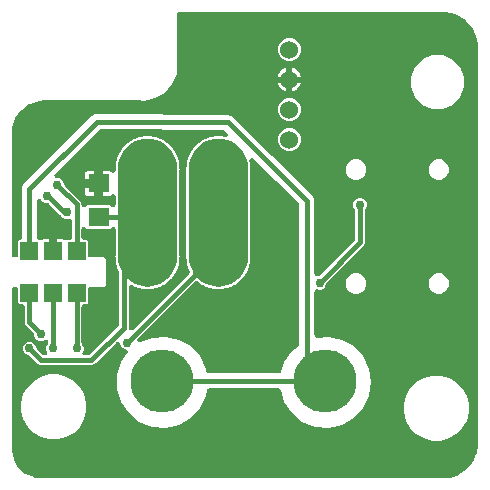
<source format=gbr>
G04 EAGLE Gerber RS-274X export*
G75*
%MOMM*%
%FSLAX34Y34*%
%LPD*%
%INTop Copper*%
%IPPOS*%
%AMOC8*
5,1,8,0,0,1.08239X$1,22.5*%
G01*
%ADD10C,5.334000*%
%ADD11R,1.500000X1.500000*%
%ADD12C,1.524000*%
%ADD13R,1.000000X1.000000*%
%ADD14R,1.803000X1.600000*%
%ADD15C,0.756400*%
%ADD16C,0.406400*%

G36*
X534822Y2549D02*
X534822Y2549D01*
X535031Y2561D01*
X538566Y3067D01*
X538598Y3075D01*
X538632Y3078D01*
X538953Y3162D01*
X538957Y3164D01*
X545853Y5592D01*
X545944Y5634D01*
X546038Y5667D01*
X546145Y5729D01*
X546218Y5763D01*
X546262Y5795D01*
X546326Y5832D01*
X552362Y9965D01*
X552439Y10029D01*
X552521Y10086D01*
X552609Y10173D01*
X552670Y10224D01*
X552705Y10267D01*
X552757Y10319D01*
X557518Y15874D01*
X557575Y15955D01*
X557640Y16031D01*
X557703Y16138D01*
X557749Y16204D01*
X557771Y16254D01*
X557808Y16318D01*
X560969Y22915D01*
X561003Y23009D01*
X561046Y23099D01*
X561079Y23219D01*
X561106Y23294D01*
X561114Y23348D01*
X561134Y23419D01*
X562480Y30610D01*
X562480Y30611D01*
X562480Y30613D01*
X562483Y30644D01*
X562491Y30676D01*
X562514Y31007D01*
X562490Y33098D01*
X562489Y33114D01*
X562490Y33129D01*
X562467Y33313D01*
X562459Y33379D01*
X562459Y34824D01*
X562453Y34889D01*
X562453Y34980D01*
X562367Y36096D01*
X562393Y36215D01*
X562432Y36361D01*
X562437Y36419D01*
X562446Y36462D01*
X562447Y36547D01*
X562459Y36691D01*
X562459Y369735D01*
X562454Y369785D01*
X562435Y370050D01*
X561768Y374308D01*
X561750Y374379D01*
X561740Y374452D01*
X561689Y374613D01*
X561667Y374698D01*
X561652Y374728D01*
X561639Y374768D01*
X558298Y382874D01*
X558226Y383009D01*
X558161Y383147D01*
X558129Y383192D01*
X558109Y383229D01*
X558054Y383296D01*
X557967Y383417D01*
X552285Y390094D01*
X552175Y390200D01*
X552070Y390311D01*
X552025Y390344D01*
X551995Y390373D01*
X551922Y390419D01*
X551802Y390507D01*
X544334Y395102D01*
X544197Y395169D01*
X544063Y395242D01*
X544010Y395259D01*
X543972Y395278D01*
X543889Y395299D01*
X543748Y395346D01*
X535226Y397408D01*
X535153Y397418D01*
X535082Y397437D01*
X534913Y397451D01*
X534827Y397463D01*
X534794Y397461D01*
X534752Y397465D01*
X531908Y397470D01*
X531880Y397467D01*
X531851Y397469D01*
X531772Y397459D01*
X530175Y397459D01*
X530111Y397453D01*
X530020Y397453D01*
X528904Y397367D01*
X528785Y397393D01*
X528639Y397432D01*
X528581Y397437D01*
X528538Y397446D01*
X528453Y397447D01*
X528309Y397459D01*
X310000Y397459D01*
X309914Y397451D01*
X309735Y397442D01*
X309624Y397427D01*
X309594Y397420D01*
X309563Y397418D01*
X309398Y397374D01*
X309232Y397335D01*
X309204Y397322D01*
X309174Y397314D01*
X308874Y397173D01*
X308682Y397062D01*
X308549Y396966D01*
X308412Y396876D01*
X308385Y396849D01*
X308355Y396827D01*
X308243Y396707D01*
X308127Y396591D01*
X308103Y396556D01*
X308080Y396532D01*
X308035Y396458D01*
X307938Y396318D01*
X307827Y396126D01*
X307815Y396098D01*
X307797Y396072D01*
X307732Y395914D01*
X307662Y395759D01*
X307655Y395729D01*
X307643Y395700D01*
X307573Y395376D01*
X307558Y395265D01*
X307555Y395179D01*
X307541Y395000D01*
X307541Y351655D01*
X307554Y351520D01*
X307559Y351383D01*
X307574Y351320D01*
X307581Y351255D01*
X307621Y351124D01*
X307644Y351025D01*
X307549Y349977D01*
X307550Y349902D01*
X307541Y349793D01*
X307541Y348740D01*
X307523Y348707D01*
X307485Y348576D01*
X307437Y348448D01*
X307424Y348374D01*
X307409Y348321D01*
X307401Y348242D01*
X307380Y348121D01*
X307098Y345014D01*
X303336Y336234D01*
X297045Y329046D01*
X288841Y324154D01*
X279526Y322037D01*
X274976Y322451D01*
X274902Y322450D01*
X274793Y322459D01*
X195000Y322459D01*
X194934Y322453D01*
X194841Y322453D01*
X190863Y322140D01*
X190791Y322127D01*
X190717Y322123D01*
X190552Y322084D01*
X190467Y322069D01*
X190436Y322057D01*
X190395Y322047D01*
X182828Y319588D01*
X182688Y319527D01*
X182545Y319472D01*
X182498Y319444D01*
X182460Y319427D01*
X182389Y319377D01*
X182262Y319300D01*
X175826Y314624D01*
X175712Y314522D01*
X175593Y314426D01*
X175557Y314384D01*
X175525Y314356D01*
X175473Y314287D01*
X175376Y314174D01*
X170700Y307738D01*
X170623Y307606D01*
X170540Y307478D01*
X170518Y307427D01*
X170497Y307390D01*
X170469Y307309D01*
X170412Y307172D01*
X167953Y299605D01*
X167938Y299534D01*
X167913Y299465D01*
X167886Y299297D01*
X167867Y299212D01*
X167867Y299179D01*
X167860Y299137D01*
X167547Y295159D01*
X167548Y295093D01*
X167541Y295000D01*
X167541Y191572D01*
X167543Y191554D01*
X167541Y191536D01*
X167562Y191354D01*
X167581Y191171D01*
X167586Y191154D01*
X167588Y191137D01*
X167645Y190962D01*
X167699Y190786D01*
X167707Y190771D01*
X167713Y190754D01*
X167803Y190594D01*
X167891Y190432D01*
X167902Y190419D01*
X167911Y190403D01*
X168031Y190264D01*
X168148Y190123D01*
X168162Y190112D01*
X168174Y190098D01*
X168319Y189986D01*
X168462Y189871D01*
X168478Y189863D01*
X168492Y189852D01*
X168657Y189770D01*
X168819Y189685D01*
X168836Y189680D01*
X168852Y189672D01*
X169031Y189625D01*
X169206Y189574D01*
X169224Y189572D01*
X169241Y189568D01*
X169572Y189541D01*
X170918Y189541D01*
X170936Y189543D01*
X170954Y189541D01*
X171136Y189562D01*
X171319Y189581D01*
X171336Y189586D01*
X171353Y189588D01*
X171528Y189645D01*
X171704Y189699D01*
X171719Y189707D01*
X171736Y189713D01*
X171896Y189803D01*
X172058Y189891D01*
X172071Y189902D01*
X172087Y189911D01*
X172226Y190031D01*
X172367Y190148D01*
X172378Y190162D01*
X172392Y190174D01*
X172504Y190319D01*
X172619Y190462D01*
X172627Y190478D01*
X172638Y190492D01*
X172720Y190657D01*
X172805Y190819D01*
X172810Y190836D01*
X172818Y190852D01*
X172865Y191031D01*
X172916Y191206D01*
X172918Y191224D01*
X172922Y191241D01*
X172949Y191572D01*
X172949Y203349D01*
X174151Y204551D01*
X174154Y204551D01*
X174336Y204572D01*
X174519Y204591D01*
X174536Y204596D01*
X174553Y204598D01*
X174728Y204655D01*
X174904Y204709D01*
X174919Y204717D01*
X174936Y204723D01*
X175096Y204813D01*
X175258Y204901D01*
X175271Y204912D01*
X175287Y204921D01*
X175426Y205041D01*
X175567Y205158D01*
X175578Y205172D01*
X175592Y205184D01*
X175704Y205329D01*
X175819Y205472D01*
X175827Y205488D01*
X175838Y205502D01*
X175920Y205667D01*
X176005Y205829D01*
X176010Y205846D01*
X176018Y205862D01*
X176065Y206041D01*
X176116Y206216D01*
X176118Y206234D01*
X176122Y206251D01*
X176149Y206582D01*
X176149Y248763D01*
X177116Y251097D01*
X234099Y308080D01*
X234111Y308096D01*
X234127Y308109D01*
X234208Y308211D01*
X235262Y309243D01*
X235268Y309251D01*
X235277Y309259D01*
X236163Y310144D01*
X237327Y310612D01*
X237336Y310616D01*
X237347Y310620D01*
X238505Y311100D01*
X239758Y311086D01*
X239768Y311087D01*
X239780Y311086D01*
X241233Y311086D01*
X241424Y311068D01*
X350250Y309903D01*
X350268Y309904D01*
X350290Y309903D01*
X351536Y309914D01*
X352682Y309425D01*
X352699Y309419D01*
X352719Y309410D01*
X353874Y308943D01*
X354746Y308053D01*
X354759Y308041D01*
X354774Y308024D01*
X420789Y243172D01*
X420807Y243157D01*
X420822Y243140D01*
X420906Y243075D01*
X421963Y242018D01*
X421969Y242013D01*
X421976Y242006D01*
X422873Y241125D01*
X423352Y239966D01*
X423356Y239959D01*
X423359Y239949D01*
X423851Y238793D01*
X423851Y237537D01*
X423852Y237529D01*
X423851Y237519D01*
X423864Y236034D01*
X423851Y235871D01*
X423851Y175729D01*
X423852Y175716D01*
X423851Y175703D01*
X423872Y175516D01*
X423891Y175329D01*
X423895Y175316D01*
X423896Y175303D01*
X423954Y175122D01*
X424009Y174944D01*
X424015Y174932D01*
X424019Y174919D01*
X424111Y174755D01*
X424201Y174590D01*
X424209Y174580D01*
X424216Y174568D01*
X424339Y174424D01*
X424458Y174281D01*
X424469Y174272D01*
X424477Y174262D01*
X424626Y174146D01*
X424772Y174028D01*
X424784Y174022D01*
X424795Y174014D01*
X424963Y173929D01*
X425129Y173843D01*
X425142Y173839D01*
X425154Y173833D01*
X425336Y173783D01*
X425516Y173731D01*
X425530Y173730D01*
X425543Y173727D01*
X425729Y173714D01*
X425918Y173699D01*
X425931Y173700D01*
X425944Y173699D01*
X426130Y173723D01*
X426317Y173745D01*
X426330Y173750D01*
X426343Y173751D01*
X426659Y173853D01*
X427002Y173995D01*
X427379Y173995D01*
X427406Y173997D01*
X427433Y173995D01*
X427607Y174017D01*
X427780Y174035D01*
X427806Y174042D01*
X427832Y174046D01*
X427998Y174101D01*
X428165Y174153D01*
X428189Y174166D01*
X428214Y174174D01*
X428366Y174261D01*
X428519Y174345D01*
X428540Y174362D01*
X428563Y174375D01*
X428816Y174590D01*
X457822Y203596D01*
X457839Y203617D01*
X457860Y203634D01*
X457967Y203772D01*
X458077Y203908D01*
X458090Y203931D01*
X458106Y203952D01*
X458184Y204109D01*
X458266Y204263D01*
X458274Y204289D01*
X458286Y204313D01*
X458331Y204482D01*
X458381Y204649D01*
X458383Y204676D01*
X458390Y204702D01*
X458417Y205033D01*
X458417Y229074D01*
X458415Y229100D01*
X458417Y229127D01*
X458395Y229301D01*
X458377Y229474D01*
X458370Y229500D01*
X458366Y229526D01*
X458311Y229692D01*
X458259Y229859D01*
X458246Y229883D01*
X458238Y229908D01*
X458151Y230060D01*
X458067Y230213D01*
X458050Y230234D01*
X458037Y230257D01*
X457822Y230510D01*
X457555Y230777D01*
X456667Y232921D01*
X456667Y235241D01*
X457555Y237385D01*
X459196Y239026D01*
X461340Y239914D01*
X463660Y239914D01*
X465804Y239026D01*
X467445Y237385D01*
X468333Y235241D01*
X468333Y232921D01*
X467445Y230777D01*
X467178Y230510D01*
X467161Y230489D01*
X467140Y230472D01*
X467033Y230334D01*
X466923Y230198D01*
X466910Y230175D01*
X466894Y230154D01*
X466816Y229997D01*
X466734Y229843D01*
X466726Y229817D01*
X466714Y229793D01*
X466669Y229624D01*
X466619Y229457D01*
X466617Y229430D01*
X466610Y229404D01*
X466583Y229074D01*
X466583Y201688D01*
X465961Y200187D01*
X434590Y168816D01*
X434573Y168795D01*
X434552Y168778D01*
X434445Y168640D01*
X434335Y168504D01*
X434322Y168481D01*
X434306Y168460D01*
X434228Y168303D01*
X434146Y168149D01*
X434138Y168123D01*
X434126Y168099D01*
X434081Y167930D01*
X434031Y167763D01*
X434029Y167736D01*
X434022Y167710D01*
X433995Y167379D01*
X433995Y167002D01*
X433107Y164858D01*
X431466Y163217D01*
X429322Y162329D01*
X427002Y162329D01*
X426659Y162471D01*
X426647Y162475D01*
X426635Y162481D01*
X426453Y162533D01*
X426274Y162588D01*
X426261Y162589D01*
X426248Y162593D01*
X426059Y162608D01*
X425873Y162626D01*
X425860Y162624D01*
X425846Y162625D01*
X425660Y162604D01*
X425473Y162584D01*
X425460Y162580D01*
X425447Y162579D01*
X425268Y162520D01*
X425088Y162464D01*
X425077Y162458D01*
X425064Y162454D01*
X424899Y162361D01*
X424735Y162271D01*
X424725Y162262D01*
X424713Y162256D01*
X424570Y162133D01*
X424427Y162012D01*
X424419Y162001D01*
X424408Y161993D01*
X424294Y161844D01*
X424176Y161697D01*
X424170Y161685D01*
X424162Y161675D01*
X424078Y161507D01*
X423992Y161339D01*
X423988Y161326D01*
X423982Y161314D01*
X423934Y161132D01*
X423882Y160952D01*
X423881Y160938D01*
X423878Y160925D01*
X423851Y160595D01*
X423851Y123774D01*
X423860Y123681D01*
X423859Y123587D01*
X423880Y123481D01*
X423891Y123374D01*
X423918Y123284D01*
X423936Y123192D01*
X423977Y123092D01*
X424009Y122989D01*
X424053Y122906D01*
X424089Y122819D01*
X424149Y122729D01*
X424201Y122635D01*
X424261Y122563D01*
X424313Y122485D01*
X424389Y122408D01*
X424458Y122325D01*
X424531Y122267D01*
X424598Y122200D01*
X424688Y122141D01*
X424772Y122073D01*
X424855Y122030D01*
X424934Y121978D01*
X425034Y121937D01*
X425129Y121888D01*
X425220Y121862D01*
X425306Y121826D01*
X425412Y121806D01*
X425516Y121776D01*
X425610Y121768D01*
X425702Y121751D01*
X425835Y121750D01*
X425918Y121743D01*
X425967Y121749D01*
X426034Y121749D01*
X435884Y122487D01*
X447100Y119927D01*
X457063Y114175D01*
X464888Y105741D01*
X469880Y95376D01*
X471595Y84000D01*
X469880Y72624D01*
X464888Y62259D01*
X457064Y53825D01*
X447100Y48073D01*
X435884Y45513D01*
X424412Y46373D01*
X413703Y50576D01*
X404708Y57749D01*
X398227Y67254D01*
X395154Y77217D01*
X395109Y77325D01*
X395073Y77436D01*
X395031Y77510D01*
X394998Y77588D01*
X394932Y77685D01*
X394875Y77787D01*
X394819Y77851D01*
X394772Y77921D01*
X394688Y78003D01*
X394611Y78092D01*
X394545Y78143D01*
X394484Y78203D01*
X394386Y78266D01*
X394293Y78338D01*
X394218Y78376D01*
X394147Y78422D01*
X394038Y78465D01*
X393933Y78518D01*
X393851Y78540D01*
X393773Y78571D01*
X393657Y78592D01*
X393544Y78622D01*
X393445Y78630D01*
X393376Y78643D01*
X393309Y78641D01*
X393213Y78649D01*
X334536Y78649D01*
X334469Y78643D01*
X334401Y78645D01*
X334269Y78623D01*
X334136Y78609D01*
X334071Y78590D01*
X334004Y78578D01*
X333879Y78531D01*
X333751Y78491D01*
X333691Y78459D01*
X333628Y78435D01*
X333515Y78363D01*
X333397Y78299D01*
X333345Y78256D01*
X333288Y78220D01*
X333190Y78127D01*
X333087Y78042D01*
X333045Y77989D01*
X332996Y77942D01*
X332919Y77832D01*
X332835Y77728D01*
X332804Y77668D01*
X332765Y77613D01*
X332711Y77490D01*
X332650Y77371D01*
X332631Y77306D01*
X332604Y77244D01*
X332562Y77067D01*
X332538Y76984D01*
X332536Y76956D01*
X332528Y76921D01*
X331880Y72624D01*
X326888Y62259D01*
X319063Y53825D01*
X309100Y48073D01*
X297884Y45513D01*
X286412Y46373D01*
X275703Y50576D01*
X266708Y57749D01*
X260227Y67254D01*
X256836Y78248D01*
X256836Y89752D01*
X260227Y100746D01*
X265509Y108492D01*
X265518Y108510D01*
X265531Y108526D01*
X265615Y108687D01*
X265701Y108845D01*
X265707Y108865D01*
X265717Y108883D01*
X265767Y109057D01*
X265820Y109230D01*
X265823Y109250D01*
X265828Y109270D01*
X265843Y109451D01*
X265862Y109630D01*
X265860Y109651D01*
X265861Y109672D01*
X265840Y109851D01*
X265823Y110031D01*
X265817Y110051D01*
X265814Y110071D01*
X265758Y110243D01*
X265706Y110416D01*
X265696Y110435D01*
X265689Y110454D01*
X265601Y110611D01*
X265515Y110771D01*
X265502Y110787D01*
X265492Y110805D01*
X265373Y110942D01*
X265258Y111081D01*
X265242Y111094D01*
X265228Y111110D01*
X265086Y111220D01*
X264945Y111334D01*
X264927Y111344D01*
X264910Y111356D01*
X264748Y111437D01*
X264588Y111521D01*
X264568Y111526D01*
X264550Y111536D01*
X264375Y111583D01*
X264202Y111633D01*
X264181Y111635D01*
X264161Y111640D01*
X263842Y111666D01*
X261696Y112555D01*
X260055Y114196D01*
X259074Y116565D01*
X259066Y116591D01*
X259009Y116775D01*
X259005Y116783D01*
X259002Y116791D01*
X258910Y116959D01*
X258817Y117129D01*
X258812Y117136D01*
X258807Y117144D01*
X258683Y117290D01*
X258560Y117438D01*
X258553Y117444D01*
X258547Y117451D01*
X258395Y117571D01*
X258246Y117691D01*
X258238Y117695D01*
X258231Y117700D01*
X258058Y117788D01*
X257889Y117876D01*
X257880Y117879D01*
X257872Y117883D01*
X257686Y117935D01*
X257502Y117988D01*
X257493Y117988D01*
X257484Y117991D01*
X257291Y118005D01*
X257100Y118020D01*
X257092Y118019D01*
X257083Y118020D01*
X256890Y117996D01*
X256701Y117974D01*
X256692Y117971D01*
X256683Y117970D01*
X256500Y117908D01*
X256318Y117849D01*
X256310Y117844D01*
X256302Y117841D01*
X256135Y117745D01*
X255967Y117651D01*
X255960Y117645D01*
X255953Y117641D01*
X255700Y117426D01*
X238747Y100473D01*
X237313Y99039D01*
X235812Y98417D01*
X191688Y98417D01*
X190187Y99039D01*
X183154Y106072D01*
X183133Y106089D01*
X183116Y106110D01*
X182978Y106217D01*
X182842Y106327D01*
X182819Y106340D01*
X182798Y106356D01*
X182641Y106434D01*
X182487Y106516D01*
X182461Y106524D01*
X182437Y106536D01*
X182268Y106581D01*
X182101Y106631D01*
X182074Y106633D01*
X182048Y106640D01*
X181717Y106667D01*
X181340Y106667D01*
X179196Y107555D01*
X177555Y109196D01*
X176667Y111340D01*
X176667Y113660D01*
X177555Y115804D01*
X179196Y117445D01*
X181340Y118333D01*
X183660Y118333D01*
X185804Y117445D01*
X187445Y115804D01*
X188333Y113660D01*
X188333Y113283D01*
X188335Y113256D01*
X188333Y113229D01*
X188355Y113055D01*
X188373Y112882D01*
X188380Y112856D01*
X188384Y112830D01*
X188439Y112664D01*
X188491Y112497D01*
X188504Y112473D01*
X188512Y112448D01*
X188599Y112296D01*
X188683Y112143D01*
X188700Y112122D01*
X188713Y112099D01*
X188928Y111846D01*
X193596Y107178D01*
X193617Y107161D01*
X193634Y107140D01*
X193772Y107033D01*
X193908Y106923D01*
X193931Y106910D01*
X193952Y106894D01*
X194109Y106816D01*
X194263Y106734D01*
X194289Y106726D01*
X194313Y106714D01*
X194482Y106669D01*
X194649Y106619D01*
X194676Y106617D01*
X194702Y106610D01*
X195033Y106583D01*
X195598Y106583D01*
X195611Y106584D01*
X195624Y106583D01*
X195811Y106604D01*
X195998Y106623D01*
X196011Y106627D01*
X196024Y106628D01*
X196204Y106686D01*
X196383Y106741D01*
X196395Y106747D01*
X196408Y106751D01*
X196573Y106843D01*
X196737Y106933D01*
X196748Y106941D01*
X196759Y106948D01*
X196902Y107070D01*
X197047Y107190D01*
X197055Y107201D01*
X197065Y107209D01*
X197181Y107358D01*
X197299Y107504D01*
X197305Y107516D01*
X197313Y107526D01*
X197398Y107696D01*
X197484Y107861D01*
X197488Y107874D01*
X197494Y107886D01*
X197544Y108067D01*
X197596Y108248D01*
X197597Y108262D01*
X197600Y108275D01*
X197613Y108463D01*
X197629Y108650D01*
X197627Y108663D01*
X197628Y108676D01*
X197604Y108864D01*
X197582Y109049D01*
X197578Y109062D01*
X197576Y109075D01*
X197474Y109391D01*
X196667Y111340D01*
X196667Y113660D01*
X197555Y115804D01*
X197822Y116071D01*
X197839Y116092D01*
X197860Y116109D01*
X197967Y116247D01*
X198077Y116383D01*
X198090Y116406D01*
X198106Y116427D01*
X198184Y116584D01*
X198266Y116738D01*
X198274Y116764D01*
X198286Y116788D01*
X198331Y116957D01*
X198381Y117124D01*
X198383Y117151D01*
X198390Y117177D01*
X198417Y117507D01*
X198417Y118098D01*
X198416Y118111D01*
X198417Y118124D01*
X198396Y118309D01*
X198377Y118498D01*
X198373Y118511D01*
X198372Y118524D01*
X198314Y118704D01*
X198259Y118883D01*
X198253Y118895D01*
X198249Y118908D01*
X198157Y119073D01*
X198067Y119237D01*
X198059Y119248D01*
X198052Y119259D01*
X197930Y119402D01*
X197810Y119547D01*
X197799Y119555D01*
X197791Y119565D01*
X197642Y119681D01*
X197496Y119799D01*
X197484Y119805D01*
X197474Y119813D01*
X197304Y119898D01*
X197139Y119984D01*
X197126Y119988D01*
X197114Y119994D01*
X196931Y120044D01*
X196752Y120096D01*
X196738Y120097D01*
X196725Y120100D01*
X196537Y120113D01*
X196350Y120129D01*
X196337Y120127D01*
X196324Y120128D01*
X196136Y120104D01*
X195951Y120082D01*
X195938Y120078D01*
X195925Y120076D01*
X195609Y119974D01*
X193660Y119167D01*
X191340Y119167D01*
X189196Y120055D01*
X187555Y121696D01*
X186667Y123840D01*
X186667Y124218D01*
X186665Y124244D01*
X186667Y124271D01*
X186645Y124445D01*
X186627Y124618D01*
X186620Y124644D01*
X186616Y124670D01*
X186561Y124836D01*
X186509Y125003D01*
X186496Y125027D01*
X186488Y125052D01*
X186401Y125204D01*
X186317Y125357D01*
X186300Y125378D01*
X186287Y125401D01*
X186072Y125654D01*
X180473Y131253D01*
X179039Y132687D01*
X178417Y134188D01*
X178417Y147918D01*
X178415Y147936D01*
X178417Y147954D01*
X178396Y148136D01*
X178377Y148319D01*
X178372Y148336D01*
X178370Y148353D01*
X178313Y148528D01*
X178259Y148704D01*
X178251Y148719D01*
X178245Y148736D01*
X178155Y148896D01*
X178067Y149058D01*
X178056Y149071D01*
X178047Y149087D01*
X177927Y149226D01*
X177810Y149367D01*
X177796Y149378D01*
X177784Y149392D01*
X177639Y149504D01*
X177496Y149619D01*
X177480Y149627D01*
X177466Y149638D01*
X177301Y149720D01*
X177139Y149805D01*
X177122Y149810D01*
X177106Y149818D01*
X176927Y149865D01*
X176752Y149916D01*
X176734Y149918D01*
X176717Y149922D01*
X176386Y149949D01*
X174151Y149949D01*
X172949Y151151D01*
X172949Y162428D01*
X172947Y162446D01*
X172949Y162464D01*
X172928Y162646D01*
X172909Y162829D01*
X172904Y162846D01*
X172902Y162863D01*
X172845Y163038D01*
X172791Y163214D01*
X172783Y163229D01*
X172777Y163246D01*
X172687Y163406D01*
X172599Y163568D01*
X172588Y163581D01*
X172579Y163597D01*
X172459Y163736D01*
X172342Y163877D01*
X172328Y163888D01*
X172316Y163902D01*
X172171Y164014D01*
X172028Y164129D01*
X172012Y164137D01*
X171998Y164148D01*
X171833Y164230D01*
X171671Y164315D01*
X171654Y164320D01*
X171638Y164328D01*
X171459Y164375D01*
X171284Y164426D01*
X171266Y164428D01*
X171249Y164432D01*
X170918Y164459D01*
X169572Y164459D01*
X169554Y164457D01*
X169536Y164459D01*
X169354Y164438D01*
X169171Y164419D01*
X169154Y164414D01*
X169137Y164412D01*
X168962Y164355D01*
X168786Y164301D01*
X168771Y164293D01*
X168754Y164287D01*
X168594Y164197D01*
X168432Y164109D01*
X168419Y164098D01*
X168403Y164089D01*
X168264Y163969D01*
X168123Y163852D01*
X168112Y163838D01*
X168098Y163826D01*
X167986Y163681D01*
X167871Y163538D01*
X167863Y163522D01*
X167852Y163508D01*
X167770Y163343D01*
X167685Y163181D01*
X167680Y163164D01*
X167672Y163148D01*
X167624Y162969D01*
X167574Y162794D01*
X167572Y162776D01*
X167568Y162759D01*
X167541Y162428D01*
X167541Y31655D01*
X167554Y31520D01*
X167559Y31384D01*
X167574Y31320D01*
X167581Y31255D01*
X167621Y31124D01*
X167644Y31025D01*
X167549Y29977D01*
X167550Y29902D01*
X167541Y29793D01*
X167541Y28455D01*
X167540Y28453D01*
X167539Y28438D01*
X167535Y28424D01*
X167504Y28094D01*
X167478Y25995D01*
X167485Y25922D01*
X167482Y25849D01*
X167506Y25681D01*
X167513Y25594D01*
X167523Y25562D01*
X167529Y25521D01*
X169126Y18491D01*
X169175Y18346D01*
X169216Y18199D01*
X169241Y18149D01*
X169254Y18109D01*
X169297Y18034D01*
X169363Y17901D01*
X173054Y11709D01*
X173145Y11586D01*
X173230Y11459D01*
X173269Y11419D01*
X173294Y11385D01*
X173358Y11328D01*
X173461Y11221D01*
X178886Y6473D01*
X179010Y6384D01*
X179130Y6289D01*
X179179Y6264D01*
X179214Y6239D01*
X179292Y6204D01*
X179424Y6134D01*
X186050Y3295D01*
X186120Y3273D01*
X186186Y3242D01*
X186351Y3200D01*
X186434Y3174D01*
X186467Y3170D01*
X186508Y3160D01*
X189962Y2570D01*
X189968Y2569D01*
X189973Y2568D01*
X190304Y2541D01*
X534743Y2541D01*
X534822Y2549D01*
G37*
G36*
X393947Y91362D02*
X393947Y91362D01*
X394064Y91364D01*
X394147Y91382D01*
X394231Y91391D01*
X394343Y91425D01*
X394457Y91450D01*
X394535Y91484D01*
X394616Y91509D01*
X394719Y91565D01*
X394826Y91612D01*
X394896Y91660D01*
X394970Y91701D01*
X395060Y91775D01*
X395156Y91843D01*
X395214Y91904D01*
X395279Y91958D01*
X395352Y92049D01*
X395433Y92135D01*
X395478Y92206D01*
X395531Y92272D01*
X395585Y92376D01*
X395648Y92475D01*
X395685Y92568D01*
X395717Y92629D01*
X395736Y92694D01*
X395771Y92783D01*
X398227Y100746D01*
X404708Y110251D01*
X410384Y114778D01*
X410485Y114876D01*
X410592Y114968D01*
X410629Y115016D01*
X410673Y115059D01*
X410752Y115175D01*
X410838Y115286D01*
X410866Y115341D01*
X410900Y115391D01*
X410955Y115521D01*
X411018Y115647D01*
X411033Y115706D01*
X411057Y115762D01*
X411086Y115900D01*
X411122Y116035D01*
X411128Y116105D01*
X411138Y116156D01*
X411139Y116238D01*
X411149Y116366D01*
X411149Y233984D01*
X411146Y234020D01*
X411148Y234056D01*
X411126Y234220D01*
X411109Y234385D01*
X411099Y234419D01*
X411094Y234455D01*
X411040Y234612D01*
X410991Y234770D01*
X410974Y234801D01*
X410962Y234835D01*
X410878Y234978D01*
X410799Y235124D01*
X410777Y235151D01*
X410758Y235182D01*
X410542Y235432D01*
X410542Y235433D01*
X372222Y273078D01*
X372210Y273088D01*
X372199Y273100D01*
X372052Y273215D01*
X371908Y273331D01*
X371894Y273338D01*
X371882Y273348D01*
X371715Y273431D01*
X371551Y273516D01*
X371536Y273521D01*
X371521Y273528D01*
X371342Y273576D01*
X371164Y273627D01*
X371148Y273629D01*
X371133Y273633D01*
X370948Y273645D01*
X370763Y273660D01*
X370747Y273658D01*
X370731Y273660D01*
X370547Y273635D01*
X370363Y273613D01*
X370348Y273608D01*
X370332Y273606D01*
X370156Y273546D01*
X369980Y273488D01*
X369966Y273481D01*
X369951Y273476D01*
X369791Y273382D01*
X369629Y273291D01*
X369617Y273280D01*
X369604Y273272D01*
X369465Y273149D01*
X369325Y273027D01*
X369315Y273015D01*
X369303Y273004D01*
X369192Y272856D01*
X369078Y272709D01*
X369071Y272695D01*
X369061Y272682D01*
X368982Y272515D01*
X368899Y272349D01*
X368895Y272333D01*
X368888Y272319D01*
X368842Y272140D01*
X368794Y271960D01*
X368793Y271944D01*
X368789Y271929D01*
X368780Y271743D01*
X368768Y271558D01*
X368770Y271542D01*
X368770Y271527D01*
X368813Y271198D01*
X368961Y270521D01*
X368986Y270442D01*
X369003Y270360D01*
X369048Y270251D01*
X369085Y270138D01*
X369126Y270065D01*
X369158Y269989D01*
X369220Y269896D01*
X369270Y269195D01*
X369283Y269118D01*
X369311Y268909D01*
X369459Y268230D01*
X369445Y268160D01*
X369414Y268046D01*
X369407Y267963D01*
X369391Y267881D01*
X369390Y267731D01*
X369383Y267644D01*
X369389Y267603D01*
X369388Y267549D01*
X369437Y266865D01*
X369463Y266711D01*
X369483Y266557D01*
X369497Y266513D01*
X369505Y266468D01*
X369551Y266351D01*
X369551Y265346D01*
X369557Y265285D01*
X369556Y265201D01*
X369627Y264200D01*
X369618Y264159D01*
X369578Y264008D01*
X369574Y263957D01*
X369565Y263918D01*
X369563Y263831D01*
X369551Y263678D01*
X369551Y191322D01*
X369566Y191167D01*
X369575Y191012D01*
X369586Y190968D01*
X369591Y190922D01*
X369628Y190801D01*
X369556Y189799D01*
X369558Y189738D01*
X369551Y189654D01*
X369551Y188651D01*
X369539Y188610D01*
X369488Y188463D01*
X369480Y188412D01*
X369468Y188374D01*
X369460Y188287D01*
X369437Y188135D01*
X369388Y187451D01*
X369390Y187368D01*
X369389Y187356D01*
X369383Y187284D01*
X369396Y187167D01*
X369399Y187049D01*
X369418Y186967D01*
X369427Y186884D01*
X369461Y186778D01*
X369311Y186091D01*
X369302Y186013D01*
X369270Y185805D01*
X369221Y185112D01*
X369188Y185049D01*
X369125Y184948D01*
X369096Y184870D01*
X369057Y184796D01*
X369014Y184652D01*
X368983Y184572D01*
X368976Y184531D01*
X368961Y184479D01*
X368780Y183648D01*
X368770Y183565D01*
X368751Y183484D01*
X368747Y183366D01*
X368734Y183248D01*
X368741Y183165D01*
X368738Y183082D01*
X368756Y182972D01*
X368511Y182314D01*
X368491Y182238D01*
X368429Y182036D01*
X368282Y181357D01*
X368240Y181299D01*
X368164Y181208D01*
X368123Y181135D01*
X368075Y181067D01*
X368011Y180931D01*
X367969Y180856D01*
X367957Y180816D01*
X367934Y180767D01*
X367637Y179971D01*
X367616Y179890D01*
X367585Y179813D01*
X367567Y179710D01*
X367543Y179625D01*
X367541Y179607D01*
X367534Y179582D01*
X367529Y179498D01*
X367515Y179416D01*
X367517Y179315D01*
X367516Y179303D01*
X367181Y178688D01*
X367150Y178616D01*
X367060Y178425D01*
X366818Y177774D01*
X366768Y177722D01*
X366680Y177644D01*
X366630Y177577D01*
X366572Y177517D01*
X366489Y177391D01*
X366437Y177322D01*
X366419Y177285D01*
X366390Y177239D01*
X365982Y176494D01*
X365950Y176417D01*
X365909Y176344D01*
X365872Y176232D01*
X365825Y176123D01*
X365809Y176041D01*
X365783Y175962D01*
X365769Y175851D01*
X365348Y175289D01*
X365307Y175222D01*
X365191Y175045D01*
X364859Y174435D01*
X364802Y174391D01*
X364703Y174326D01*
X364644Y174267D01*
X364579Y174216D01*
X364479Y174103D01*
X364418Y174042D01*
X364395Y174008D01*
X364359Y173967D01*
X363850Y173287D01*
X363806Y173216D01*
X363755Y173150D01*
X363703Y173044D01*
X363641Y172943D01*
X363613Y172864D01*
X363576Y172789D01*
X363547Y172682D01*
X363050Y172185D01*
X363000Y172124D01*
X362860Y171966D01*
X362444Y171410D01*
X362383Y171374D01*
X362275Y171324D01*
X362208Y171274D01*
X362136Y171232D01*
X362021Y171135D01*
X361952Y171084D01*
X361924Y171053D01*
X361883Y171018D01*
X361282Y170417D01*
X361229Y170352D01*
X361170Y170294D01*
X361102Y170197D01*
X361027Y170105D01*
X360988Y170032D01*
X360941Y169963D01*
X360897Y169861D01*
X360334Y169440D01*
X360277Y169387D01*
X360115Y169250D01*
X359624Y168759D01*
X359558Y168732D01*
X359445Y168697D01*
X359371Y168658D01*
X359294Y168627D01*
X359166Y168547D01*
X359091Y168506D01*
X359059Y168479D01*
X359013Y168450D01*
X358333Y167941D01*
X358271Y167885D01*
X358204Y167836D01*
X358123Y167749D01*
X358036Y167669D01*
X357987Y167602D01*
X357930Y167541D01*
X357872Y167445D01*
X357255Y167109D01*
X357190Y167064D01*
X357011Y166952D01*
X356455Y166536D01*
X356386Y166519D01*
X356269Y166501D01*
X356191Y166472D01*
X356110Y166452D01*
X355972Y166391D01*
X355891Y166361D01*
X355856Y166340D01*
X355806Y166318D01*
X355061Y165910D01*
X354992Y165863D01*
X354918Y165825D01*
X354826Y165750D01*
X354728Y165683D01*
X354670Y165624D01*
X354605Y165571D01*
X354534Y165485D01*
X353875Y165240D01*
X353805Y165205D01*
X353612Y165119D01*
X353003Y164787D01*
X352932Y164780D01*
X352813Y164778D01*
X352731Y164761D01*
X352648Y164753D01*
X352503Y164712D01*
X352419Y164694D01*
X352381Y164678D01*
X352329Y164663D01*
X351533Y164366D01*
X351458Y164329D01*
X351379Y164301D01*
X351278Y164241D01*
X351172Y164189D01*
X351105Y164138D01*
X351034Y164095D01*
X350951Y164020D01*
X350264Y163871D01*
X350189Y163846D01*
X349986Y163789D01*
X349336Y163547D01*
X349264Y163550D01*
X349147Y163565D01*
X349064Y163560D01*
X348981Y163564D01*
X348831Y163544D01*
X348746Y163538D01*
X348705Y163527D01*
X348652Y163520D01*
X347821Y163339D01*
X347742Y163314D01*
X347660Y163297D01*
X347551Y163252D01*
X347438Y163215D01*
X347365Y163174D01*
X347289Y163142D01*
X347196Y163080D01*
X346495Y163030D01*
X346418Y163017D01*
X346209Y162989D01*
X345530Y162841D01*
X345460Y162855D01*
X345346Y162886D01*
X345263Y162893D01*
X345181Y162909D01*
X345031Y162910D01*
X344944Y162917D01*
X344903Y162911D01*
X344849Y162912D01*
X344001Y162851D01*
X343919Y162837D01*
X343836Y162833D01*
X343721Y162803D01*
X343605Y162783D01*
X343527Y162753D01*
X343446Y162732D01*
X343346Y162684D01*
X342645Y162734D01*
X342566Y162731D01*
X342355Y162734D01*
X341662Y162684D01*
X341595Y162708D01*
X341487Y162755D01*
X341405Y162773D01*
X341326Y162801D01*
X341178Y162824D01*
X341094Y162842D01*
X341052Y162843D01*
X340999Y162851D01*
X340151Y162912D01*
X340068Y162910D01*
X339984Y162917D01*
X339867Y162904D01*
X339749Y162901D01*
X339667Y162882D01*
X339584Y162873D01*
X339478Y162839D01*
X338791Y162989D01*
X338713Y162998D01*
X338505Y163030D01*
X337812Y163079D01*
X337749Y163112D01*
X337648Y163175D01*
X337570Y163204D01*
X337496Y163243D01*
X337352Y163287D01*
X337271Y163317D01*
X337230Y163324D01*
X337179Y163339D01*
X336348Y163520D01*
X336265Y163530D01*
X336184Y163549D01*
X336066Y163553D01*
X335948Y163566D01*
X335865Y163559D01*
X335782Y163562D01*
X335672Y163544D01*
X335014Y163789D01*
X334938Y163809D01*
X334736Y163871D01*
X334057Y164018D01*
X333999Y164060D01*
X333908Y164136D01*
X333835Y164177D01*
X333767Y164225D01*
X333631Y164289D01*
X333556Y164331D01*
X333516Y164343D01*
X333467Y164366D01*
X332671Y164663D01*
X332590Y164684D01*
X332513Y164715D01*
X332396Y164735D01*
X332282Y164766D01*
X332198Y164771D01*
X332116Y164785D01*
X332005Y164783D01*
X331388Y165119D01*
X331316Y165150D01*
X331125Y165240D01*
X330474Y165482D01*
X330422Y165532D01*
X330344Y165620D01*
X330277Y165670D01*
X330217Y165728D01*
X330091Y165811D01*
X330022Y165863D01*
X329985Y165881D01*
X329939Y165910D01*
X329194Y166318D01*
X329117Y166350D01*
X329044Y166391D01*
X328932Y166428D01*
X328823Y166475D01*
X328741Y166491D01*
X328662Y166517D01*
X328551Y166531D01*
X327989Y166952D01*
X327922Y166993D01*
X327745Y167109D01*
X327135Y167441D01*
X327091Y167498D01*
X327026Y167597D01*
X326967Y167656D01*
X326916Y167721D01*
X326803Y167821D01*
X326742Y167882D01*
X326708Y167905D01*
X326667Y167941D01*
X325987Y168450D01*
X325916Y168494D01*
X325850Y168545D01*
X325744Y168597D01*
X325643Y168659D01*
X325564Y168687D01*
X325489Y168724D01*
X325382Y168753D01*
X325141Y168994D01*
X325127Y169005D01*
X325115Y169019D01*
X324971Y169133D01*
X324829Y169249D01*
X324813Y169258D01*
X324799Y169269D01*
X324636Y169352D01*
X324473Y169438D01*
X324456Y169443D01*
X324440Y169451D01*
X324264Y169500D01*
X324087Y169553D01*
X324070Y169554D01*
X324052Y169559D01*
X323870Y169572D01*
X323686Y169589D01*
X323669Y169587D01*
X323651Y169588D01*
X323469Y169565D01*
X323286Y169546D01*
X323269Y169540D01*
X323251Y169538D01*
X323077Y169479D01*
X322902Y169424D01*
X322887Y169415D01*
X322870Y169410D01*
X322710Y169318D01*
X322550Y169229D01*
X322536Y169218D01*
X322521Y169209D01*
X322268Y168994D01*
X274349Y121075D01*
X274230Y120930D01*
X274110Y120787D01*
X274103Y120775D01*
X274094Y120763D01*
X274006Y120599D01*
X273916Y120434D01*
X273912Y120420D01*
X273905Y120407D01*
X273852Y120230D01*
X273796Y120050D01*
X273794Y120036D01*
X273790Y120022D01*
X273773Y119835D01*
X273754Y119650D01*
X273755Y119635D01*
X273754Y119621D01*
X273774Y119434D01*
X273791Y119249D01*
X273796Y119235D01*
X273797Y119220D01*
X273854Y119042D01*
X273907Y118863D01*
X273914Y118850D01*
X273919Y118837D01*
X274009Y118674D01*
X274097Y118508D01*
X274106Y118497D01*
X274113Y118484D01*
X274233Y118343D01*
X274353Y118198D01*
X274365Y118188D01*
X274374Y118177D01*
X274520Y118062D01*
X274665Y117943D01*
X274678Y117937D01*
X274690Y117928D01*
X274856Y117843D01*
X275022Y117756D01*
X275036Y117752D01*
X275049Y117745D01*
X275229Y117695D01*
X275408Y117642D01*
X275423Y117641D01*
X275437Y117637D01*
X275624Y117624D01*
X275809Y117607D01*
X275824Y117609D01*
X275838Y117608D01*
X276024Y117631D01*
X276209Y117652D01*
X276225Y117657D01*
X276238Y117658D01*
X276302Y117680D01*
X276527Y117748D01*
X286412Y121627D01*
X297884Y122487D01*
X309100Y119927D01*
X319064Y114175D01*
X326888Y105741D01*
X331880Y95376D01*
X332226Y93079D01*
X332243Y93014D01*
X332251Y92947D01*
X332292Y92819D01*
X332325Y92689D01*
X332355Y92628D01*
X332376Y92564D01*
X332442Y92447D01*
X332500Y92326D01*
X332540Y92272D01*
X332574Y92213D01*
X332661Y92112D01*
X332742Y92005D01*
X332793Y91960D01*
X332837Y91908D01*
X332943Y91826D01*
X333043Y91737D01*
X333102Y91703D01*
X333155Y91662D01*
X333275Y91602D01*
X333391Y91534D01*
X333455Y91513D01*
X333515Y91482D01*
X333645Y91448D01*
X333772Y91404D01*
X333839Y91395D01*
X333904Y91378D01*
X334086Y91363D01*
X334171Y91352D01*
X334199Y91354D01*
X334235Y91351D01*
X393830Y91351D01*
X393947Y91362D01*
G37*
G36*
X286058Y165050D02*
X286058Y165050D01*
X286059Y165050D01*
X289544Y165808D01*
X289545Y165808D01*
X292887Y167055D01*
X292888Y167055D01*
X296018Y168764D01*
X296019Y168765D01*
X298875Y170902D01*
X298875Y170903D01*
X301397Y173425D01*
X301398Y173425D01*
X303535Y176281D01*
X303535Y176282D01*
X303536Y176282D01*
X305245Y179412D01*
X305245Y179413D01*
X306492Y182755D01*
X306492Y182756D01*
X307250Y186241D01*
X307250Y186242D01*
X307251Y186242D01*
X307253Y186274D01*
X307254Y186289D01*
X307256Y186314D01*
X307257Y186329D01*
X307260Y186369D01*
X307262Y186408D01*
X307265Y186448D01*
X307268Y186488D01*
X307271Y186528D01*
X307272Y186543D01*
X307275Y186582D01*
X307278Y186622D01*
X307281Y186662D01*
X307283Y186702D01*
X307286Y186741D01*
X307287Y186756D01*
X307290Y186796D01*
X307293Y186836D01*
X307296Y186875D01*
X307296Y186876D01*
X307299Y186915D01*
X307302Y186955D01*
X307303Y186970D01*
X307305Y187010D01*
X307308Y187049D01*
X307311Y187089D01*
X307314Y187129D01*
X307317Y187169D01*
X307318Y187184D01*
X307321Y187223D01*
X307324Y187263D01*
X307326Y187303D01*
X307329Y187343D01*
X307332Y187382D01*
X307333Y187397D01*
X307336Y187437D01*
X307339Y187477D01*
X307342Y187516D01*
X307342Y187517D01*
X307345Y187556D01*
X307347Y187596D01*
X307348Y187611D01*
X307351Y187651D01*
X307354Y187690D01*
X307357Y187730D01*
X307360Y187770D01*
X307363Y187810D01*
X307364Y187825D01*
X307367Y187864D01*
X307369Y187904D01*
X307372Y187944D01*
X307375Y187984D01*
X307378Y188023D01*
X307379Y188038D01*
X307382Y188078D01*
X307385Y188118D01*
X307388Y188157D01*
X307390Y188197D01*
X307393Y188237D01*
X307394Y188252D01*
X307397Y188292D01*
X307400Y188331D01*
X307403Y188371D01*
X307406Y188411D01*
X307408Y188451D01*
X307409Y188451D01*
X307408Y188451D01*
X307410Y188466D01*
X307412Y188505D01*
X307415Y188545D01*
X307418Y188585D01*
X307421Y188624D01*
X307421Y188625D01*
X307424Y188664D01*
X307425Y188679D01*
X307428Y188719D01*
X307431Y188759D01*
X307433Y188798D01*
X307436Y188838D01*
X307439Y188878D01*
X307440Y188893D01*
X307443Y188933D01*
X307446Y188972D01*
X307449Y189012D01*
X307451Y189052D01*
X307452Y189052D01*
X307451Y189052D01*
X307454Y189092D01*
X307455Y189106D01*
X307455Y189107D01*
X307458Y189146D01*
X307461Y189186D01*
X307464Y189226D01*
X307467Y189265D01*
X307467Y189266D01*
X307470Y189305D01*
X307471Y189320D01*
X307474Y189360D01*
X307476Y189400D01*
X307479Y189439D01*
X307482Y189479D01*
X307485Y189519D01*
X307486Y189534D01*
X307489Y189574D01*
X307492Y189613D01*
X307494Y189653D01*
X307495Y189653D01*
X307494Y189653D01*
X307497Y189693D01*
X307500Y189733D01*
X307501Y189747D01*
X307504Y189787D01*
X307505Y189800D01*
X307505Y265200D01*
X307251Y268758D01*
X307250Y268759D01*
X306492Y272244D01*
X306492Y272245D01*
X305245Y275587D01*
X305245Y275588D01*
X303536Y278718D01*
X303535Y278719D01*
X301398Y281575D01*
X301397Y281575D01*
X298875Y284097D01*
X298875Y284098D01*
X296019Y286235D01*
X296018Y286236D01*
X292888Y287945D01*
X292887Y287945D01*
X289545Y289192D01*
X289544Y289192D01*
X286059Y289950D01*
X286058Y289950D01*
X286058Y289951D01*
X286025Y289953D01*
X285956Y289958D01*
X285886Y289963D01*
X285817Y289968D01*
X285747Y289973D01*
X285678Y289978D01*
X285608Y289983D01*
X285539Y289988D01*
X285469Y289993D01*
X285400Y289998D01*
X285330Y290003D01*
X285261Y290008D01*
X285191Y290013D01*
X285122Y290017D01*
X285053Y290022D01*
X285052Y290022D01*
X284983Y290027D01*
X284914Y290032D01*
X284913Y290032D01*
X284844Y290037D01*
X284775Y290042D01*
X284705Y290047D01*
X284636Y290052D01*
X284566Y290057D01*
X284497Y290062D01*
X284427Y290067D01*
X284358Y290072D01*
X284288Y290077D01*
X284219Y290082D01*
X284149Y290087D01*
X284080Y290092D01*
X284010Y290097D01*
X283941Y290102D01*
X283872Y290107D01*
X283871Y290107D01*
X283802Y290112D01*
X283733Y290117D01*
X283732Y290117D01*
X283663Y290122D01*
X283594Y290127D01*
X283524Y290132D01*
X283455Y290137D01*
X283385Y290142D01*
X283316Y290147D01*
X283246Y290152D01*
X283177Y290157D01*
X283107Y290162D01*
X283038Y290167D01*
X282968Y290172D01*
X282899Y290176D01*
X282829Y290181D01*
X282760Y290186D01*
X282690Y290191D01*
X282621Y290196D01*
X282552Y290201D01*
X282551Y290201D01*
X282500Y290205D01*
X282449Y290201D01*
X282448Y290201D01*
X282379Y290196D01*
X282310Y290191D01*
X282240Y290186D01*
X282171Y290181D01*
X282101Y290176D01*
X282032Y290172D01*
X281962Y290167D01*
X281893Y290162D01*
X281823Y290157D01*
X281754Y290152D01*
X281684Y290147D01*
X281615Y290142D01*
X281545Y290137D01*
X281476Y290132D01*
X281406Y290127D01*
X281337Y290122D01*
X281268Y290117D01*
X281267Y290117D01*
X281198Y290112D01*
X281129Y290107D01*
X281128Y290107D01*
X281059Y290102D01*
X280990Y290097D01*
X280920Y290092D01*
X280851Y290087D01*
X280781Y290082D01*
X280712Y290077D01*
X280642Y290072D01*
X280573Y290067D01*
X280503Y290062D01*
X280434Y290057D01*
X280364Y290052D01*
X280295Y290047D01*
X280225Y290042D01*
X280156Y290037D01*
X280087Y290032D01*
X280086Y290032D01*
X280017Y290027D01*
X279948Y290022D01*
X279947Y290022D01*
X279878Y290017D01*
X279809Y290013D01*
X279739Y290008D01*
X279670Y290003D01*
X279600Y289998D01*
X279531Y289993D01*
X279461Y289988D01*
X279392Y289983D01*
X279322Y289978D01*
X279253Y289973D01*
X279183Y289968D01*
X279114Y289963D01*
X279044Y289958D01*
X278975Y289953D01*
X278942Y289951D01*
X278941Y289950D01*
X275456Y289192D01*
X275455Y289192D01*
X272113Y287945D01*
X272112Y287945D01*
X268982Y286236D01*
X268981Y286235D01*
X266125Y284098D01*
X266125Y284097D01*
X263603Y281575D01*
X263602Y281575D01*
X261465Y278719D01*
X261464Y278718D01*
X259755Y275588D01*
X259755Y275587D01*
X258508Y272245D01*
X258508Y272244D01*
X257750Y268759D01*
X257750Y268758D01*
X257748Y268742D01*
X257746Y268702D01*
X257745Y268702D01*
X257746Y268702D01*
X257744Y268687D01*
X257743Y268662D01*
X257742Y268647D01*
X257739Y268608D01*
X257736Y268568D01*
X257733Y268528D01*
X257730Y268489D01*
X257730Y268488D01*
X257727Y268449D01*
X257726Y268434D01*
X257723Y268394D01*
X257721Y268354D01*
X257718Y268315D01*
X257715Y268275D01*
X257712Y268235D01*
X257711Y268220D01*
X257708Y268180D01*
X257705Y268141D01*
X257703Y268101D01*
X257702Y268101D01*
X257703Y268101D01*
X257700Y268061D01*
X257697Y268021D01*
X257696Y268007D01*
X257696Y268006D01*
X257693Y267967D01*
X257690Y267927D01*
X257687Y267887D01*
X257684Y267848D01*
X257684Y267847D01*
X257682Y267808D01*
X257680Y267793D01*
X257678Y267753D01*
X257675Y267713D01*
X257672Y267674D01*
X257669Y267634D01*
X257666Y267594D01*
X257665Y267579D01*
X257662Y267539D01*
X257660Y267500D01*
X257659Y267500D01*
X257660Y267500D01*
X257657Y267460D01*
X257654Y267420D01*
X257651Y267380D01*
X257650Y267366D01*
X257647Y267326D01*
X257644Y267286D01*
X257641Y267246D01*
X257639Y267207D01*
X257636Y267167D01*
X257635Y267152D01*
X257632Y267112D01*
X257629Y267072D01*
X257626Y267033D01*
X257623Y266993D01*
X257620Y266953D01*
X257619Y266938D01*
X257617Y266899D01*
X257616Y266898D01*
X257617Y266898D01*
X257614Y266859D01*
X257611Y266819D01*
X257608Y266779D01*
X257605Y266740D01*
X257605Y266739D01*
X257604Y266725D01*
X257601Y266685D01*
X257598Y266645D01*
X257596Y266605D01*
X257593Y266566D01*
X257590Y266526D01*
X257589Y266511D01*
X257586Y266471D01*
X257583Y266431D01*
X257580Y266392D01*
X257577Y266352D01*
X257575Y266312D01*
X257574Y266297D01*
X257573Y266297D01*
X257571Y266258D01*
X257571Y266257D01*
X257568Y266218D01*
X257565Y266178D01*
X257562Y266138D01*
X257559Y266099D01*
X257559Y266098D01*
X257558Y266084D01*
X257555Y266044D01*
X257553Y266004D01*
X257550Y265964D01*
X257547Y265925D01*
X257544Y265885D01*
X257543Y265870D01*
X257540Y265830D01*
X257537Y265790D01*
X257534Y265751D01*
X257532Y265711D01*
X257529Y265671D01*
X257528Y265656D01*
X257525Y265617D01*
X257522Y265577D01*
X257519Y265537D01*
X257516Y265497D01*
X257513Y265458D01*
X257512Y265443D01*
X257510Y265403D01*
X257507Y265363D01*
X257504Y265323D01*
X257501Y265284D01*
X257498Y265244D01*
X257497Y265229D01*
X257495Y265200D01*
X257495Y189800D01*
X257750Y186242D01*
X257750Y186241D01*
X258508Y182756D01*
X258508Y182755D01*
X259755Y179413D01*
X259755Y179412D01*
X261464Y176282D01*
X261465Y176281D01*
X263602Y173425D01*
X263603Y173425D01*
X266125Y170903D01*
X266125Y170902D01*
X268981Y168765D01*
X268982Y168765D01*
X268982Y168764D01*
X272112Y167055D01*
X272113Y167055D01*
X275455Y165808D01*
X275456Y165808D01*
X278941Y165050D01*
X278942Y165050D01*
X282500Y164795D01*
X286058Y165050D01*
G37*
G36*
X346058Y165050D02*
X346058Y165050D01*
X346059Y165050D01*
X349544Y165808D01*
X349545Y165808D01*
X352887Y167055D01*
X352888Y167055D01*
X356018Y168764D01*
X356019Y168765D01*
X358875Y170902D01*
X358875Y170903D01*
X361397Y173425D01*
X361398Y173425D01*
X363535Y176281D01*
X363535Y176282D01*
X363536Y176282D01*
X365245Y179412D01*
X365245Y179413D01*
X366492Y182755D01*
X366492Y182756D01*
X367250Y186241D01*
X367250Y186242D01*
X367251Y186242D01*
X367253Y186274D01*
X367254Y186289D01*
X367256Y186314D01*
X367257Y186329D01*
X367260Y186369D01*
X367262Y186408D01*
X367265Y186448D01*
X367268Y186488D01*
X367271Y186528D01*
X367272Y186543D01*
X367275Y186582D01*
X367278Y186622D01*
X367281Y186662D01*
X367283Y186702D01*
X367286Y186741D01*
X367287Y186756D01*
X367290Y186796D01*
X367293Y186836D01*
X367296Y186875D01*
X367296Y186876D01*
X367299Y186915D01*
X367302Y186955D01*
X367303Y186970D01*
X367305Y187010D01*
X367308Y187049D01*
X367311Y187089D01*
X367314Y187129D01*
X367317Y187169D01*
X367318Y187184D01*
X367321Y187223D01*
X367324Y187263D01*
X367326Y187303D01*
X367329Y187343D01*
X367332Y187382D01*
X367333Y187397D01*
X367336Y187437D01*
X367339Y187477D01*
X367342Y187516D01*
X367342Y187517D01*
X367345Y187556D01*
X367347Y187596D01*
X367348Y187611D01*
X367351Y187651D01*
X367354Y187690D01*
X367357Y187730D01*
X367360Y187770D01*
X367363Y187810D01*
X367364Y187825D01*
X367367Y187864D01*
X367369Y187904D01*
X367372Y187944D01*
X367375Y187984D01*
X367378Y188023D01*
X367379Y188038D01*
X367382Y188078D01*
X367385Y188118D01*
X367388Y188157D01*
X367390Y188197D01*
X367393Y188237D01*
X367394Y188252D01*
X367397Y188292D01*
X367400Y188331D01*
X367403Y188371D01*
X367406Y188411D01*
X367408Y188451D01*
X367409Y188451D01*
X367408Y188451D01*
X367410Y188466D01*
X367412Y188505D01*
X367415Y188545D01*
X367418Y188585D01*
X367421Y188624D01*
X367421Y188625D01*
X367424Y188664D01*
X367425Y188679D01*
X367428Y188719D01*
X367431Y188759D01*
X367433Y188798D01*
X367436Y188838D01*
X367439Y188878D01*
X367440Y188893D01*
X367443Y188933D01*
X367446Y188972D01*
X367449Y189012D01*
X367451Y189052D01*
X367452Y189052D01*
X367451Y189052D01*
X367454Y189092D01*
X367455Y189106D01*
X367455Y189107D01*
X367458Y189146D01*
X367461Y189186D01*
X367464Y189226D01*
X367467Y189265D01*
X367467Y189266D01*
X367470Y189305D01*
X367471Y189320D01*
X367474Y189360D01*
X367476Y189400D01*
X367479Y189439D01*
X367482Y189479D01*
X367485Y189519D01*
X367486Y189534D01*
X367489Y189574D01*
X367492Y189613D01*
X367494Y189653D01*
X367495Y189653D01*
X367494Y189653D01*
X367497Y189693D01*
X367500Y189733D01*
X367501Y189747D01*
X367504Y189787D01*
X367505Y189800D01*
X367505Y265200D01*
X367251Y268758D01*
X367250Y268759D01*
X366492Y272244D01*
X366492Y272245D01*
X365245Y275587D01*
X365245Y275588D01*
X363536Y278718D01*
X363535Y278719D01*
X361398Y281575D01*
X361397Y281575D01*
X358875Y284097D01*
X358875Y284098D01*
X356019Y286235D01*
X356018Y286236D01*
X352888Y287945D01*
X352887Y287945D01*
X349545Y289192D01*
X349544Y289192D01*
X346059Y289950D01*
X346058Y289950D01*
X346058Y289951D01*
X346025Y289953D01*
X345956Y289958D01*
X345886Y289963D01*
X345817Y289968D01*
X345747Y289973D01*
X345678Y289978D01*
X345608Y289983D01*
X345539Y289988D01*
X345469Y289993D01*
X345400Y289998D01*
X345330Y290003D01*
X345261Y290008D01*
X345191Y290013D01*
X345122Y290017D01*
X345053Y290022D01*
X345052Y290022D01*
X344983Y290027D01*
X344914Y290032D01*
X344913Y290032D01*
X344844Y290037D01*
X344775Y290042D01*
X344705Y290047D01*
X344636Y290052D01*
X344566Y290057D01*
X344497Y290062D01*
X344427Y290067D01*
X344358Y290072D01*
X344288Y290077D01*
X344219Y290082D01*
X344149Y290087D01*
X344080Y290092D01*
X344010Y290097D01*
X343941Y290102D01*
X343872Y290107D01*
X343871Y290107D01*
X343802Y290112D01*
X343733Y290117D01*
X343732Y290117D01*
X343663Y290122D01*
X343594Y290127D01*
X343524Y290132D01*
X343455Y290137D01*
X343385Y290142D01*
X343316Y290147D01*
X343246Y290152D01*
X343177Y290157D01*
X343107Y290162D01*
X343038Y290167D01*
X342968Y290172D01*
X342899Y290176D01*
X342829Y290181D01*
X342760Y290186D01*
X342690Y290191D01*
X342621Y290196D01*
X342552Y290201D01*
X342551Y290201D01*
X342500Y290205D01*
X342449Y290201D01*
X342448Y290201D01*
X342379Y290196D01*
X342310Y290191D01*
X342240Y290186D01*
X342171Y290181D01*
X342101Y290176D01*
X342032Y290172D01*
X341962Y290167D01*
X341893Y290162D01*
X341823Y290157D01*
X341754Y290152D01*
X341684Y290147D01*
X341615Y290142D01*
X341545Y290137D01*
X341476Y290132D01*
X341406Y290127D01*
X341337Y290122D01*
X341268Y290117D01*
X341267Y290117D01*
X341198Y290112D01*
X341129Y290107D01*
X341128Y290107D01*
X341059Y290102D01*
X340990Y290097D01*
X340920Y290092D01*
X340851Y290087D01*
X340781Y290082D01*
X340712Y290077D01*
X340642Y290072D01*
X340573Y290067D01*
X340503Y290062D01*
X340434Y290057D01*
X340364Y290052D01*
X340295Y290047D01*
X340225Y290042D01*
X340156Y290037D01*
X340087Y290032D01*
X340086Y290032D01*
X340017Y290027D01*
X339948Y290022D01*
X339947Y290022D01*
X339878Y290017D01*
X339809Y290013D01*
X339739Y290008D01*
X339670Y290003D01*
X339600Y289998D01*
X339531Y289993D01*
X339461Y289988D01*
X339392Y289983D01*
X339322Y289978D01*
X339253Y289973D01*
X339183Y289968D01*
X339114Y289963D01*
X339044Y289958D01*
X338975Y289953D01*
X338942Y289951D01*
X338941Y289950D01*
X335456Y289192D01*
X335455Y289192D01*
X332113Y287945D01*
X332112Y287945D01*
X328982Y286236D01*
X328981Y286235D01*
X326125Y284098D01*
X326125Y284097D01*
X323603Y281575D01*
X323602Y281575D01*
X321465Y278719D01*
X321464Y278718D01*
X319755Y275588D01*
X319755Y275587D01*
X318508Y272245D01*
X318508Y272244D01*
X317750Y268759D01*
X317750Y268758D01*
X317748Y268742D01*
X317746Y268702D01*
X317745Y268702D01*
X317746Y268702D01*
X317744Y268687D01*
X317743Y268662D01*
X317742Y268647D01*
X317739Y268608D01*
X317736Y268568D01*
X317733Y268528D01*
X317730Y268489D01*
X317730Y268488D01*
X317727Y268449D01*
X317726Y268434D01*
X317723Y268394D01*
X317721Y268354D01*
X317718Y268315D01*
X317715Y268275D01*
X317712Y268235D01*
X317711Y268220D01*
X317708Y268180D01*
X317705Y268141D01*
X317703Y268101D01*
X317702Y268101D01*
X317703Y268101D01*
X317700Y268061D01*
X317697Y268021D01*
X317696Y268007D01*
X317696Y268006D01*
X317693Y267967D01*
X317690Y267927D01*
X317687Y267887D01*
X317684Y267848D01*
X317684Y267847D01*
X317682Y267808D01*
X317680Y267793D01*
X317678Y267753D01*
X317675Y267713D01*
X317672Y267674D01*
X317669Y267634D01*
X317666Y267594D01*
X317665Y267579D01*
X317662Y267539D01*
X317660Y267500D01*
X317659Y267500D01*
X317660Y267500D01*
X317657Y267460D01*
X317654Y267420D01*
X317651Y267380D01*
X317650Y267366D01*
X317647Y267326D01*
X317644Y267286D01*
X317641Y267246D01*
X317639Y267207D01*
X317636Y267167D01*
X317635Y267152D01*
X317632Y267112D01*
X317629Y267072D01*
X317626Y267033D01*
X317623Y266993D01*
X317620Y266953D01*
X317619Y266938D01*
X317617Y266899D01*
X317616Y266898D01*
X317617Y266898D01*
X317614Y266859D01*
X317611Y266819D01*
X317608Y266779D01*
X317605Y266740D01*
X317605Y266739D01*
X317604Y266725D01*
X317601Y266685D01*
X317598Y266645D01*
X317596Y266605D01*
X317593Y266566D01*
X317590Y266526D01*
X317589Y266511D01*
X317586Y266471D01*
X317583Y266431D01*
X317580Y266392D01*
X317577Y266352D01*
X317575Y266312D01*
X317574Y266297D01*
X317573Y266297D01*
X317571Y266258D01*
X317571Y266257D01*
X317568Y266218D01*
X317565Y266178D01*
X317562Y266138D01*
X317559Y266099D01*
X317559Y266098D01*
X317558Y266084D01*
X317555Y266044D01*
X317553Y266004D01*
X317550Y265964D01*
X317547Y265925D01*
X317544Y265885D01*
X317543Y265870D01*
X317540Y265830D01*
X317537Y265790D01*
X317534Y265751D01*
X317532Y265711D01*
X317529Y265671D01*
X317528Y265656D01*
X317525Y265617D01*
X317522Y265577D01*
X317519Y265537D01*
X317516Y265497D01*
X317513Y265458D01*
X317512Y265443D01*
X317510Y265403D01*
X317507Y265363D01*
X317504Y265323D01*
X317501Y265284D01*
X317498Y265244D01*
X317497Y265229D01*
X317495Y265200D01*
X317495Y189800D01*
X317750Y186242D01*
X317750Y186241D01*
X318508Y182756D01*
X318508Y182755D01*
X319755Y179413D01*
X319755Y179412D01*
X321464Y176282D01*
X321465Y176281D01*
X323602Y173425D01*
X323603Y173425D01*
X326125Y170903D01*
X326125Y170902D01*
X328981Y168765D01*
X328982Y168765D01*
X328982Y168764D01*
X332112Y167055D01*
X332113Y167055D01*
X335455Y165808D01*
X335456Y165808D01*
X338941Y165050D01*
X338942Y165050D01*
X342500Y164795D01*
X346058Y165050D01*
G37*
G36*
X268658Y127731D02*
X268658Y127731D01*
X268667Y127730D01*
X268860Y127754D01*
X269049Y127776D01*
X269058Y127779D01*
X269067Y127780D01*
X269249Y127842D01*
X269432Y127901D01*
X269440Y127906D01*
X269448Y127909D01*
X269615Y128005D01*
X269783Y128099D01*
X269790Y128105D01*
X269797Y128109D01*
X270050Y128324D01*
X317617Y175891D01*
X317736Y176036D01*
X317857Y176179D01*
X317863Y176192D01*
X317872Y176203D01*
X317960Y176367D01*
X318050Y176532D01*
X318054Y176546D01*
X318061Y176558D01*
X318114Y176737D01*
X318170Y176917D01*
X318172Y176931D01*
X318176Y176944D01*
X318193Y177131D01*
X318212Y177317D01*
X318211Y177331D01*
X318212Y177345D01*
X318192Y177533D01*
X318174Y177718D01*
X318170Y177733D01*
X318169Y177745D01*
X318148Y177810D01*
X318084Y178037D01*
X317940Y178425D01*
X317905Y178495D01*
X317819Y178688D01*
X317490Y179291D01*
X317490Y179295D01*
X317480Y179385D01*
X317478Y179487D01*
X317461Y179569D01*
X317453Y179652D01*
X317445Y179680D01*
X317443Y179695D01*
X317425Y179751D01*
X317412Y179797D01*
X317394Y179881D01*
X317378Y179919D01*
X317363Y179971D01*
X317066Y180767D01*
X317029Y180842D01*
X317001Y180921D01*
X316941Y181022D01*
X316889Y181128D01*
X316838Y181195D01*
X316795Y181266D01*
X316720Y181349D01*
X316571Y182036D01*
X316547Y182111D01*
X316489Y182314D01*
X316247Y182964D01*
X316250Y183036D01*
X316265Y183153D01*
X316260Y183236D01*
X316264Y183319D01*
X316244Y183469D01*
X316238Y183554D01*
X316227Y183594D01*
X316220Y183648D01*
X316039Y184479D01*
X316014Y184558D01*
X315997Y184640D01*
X315952Y184749D01*
X315915Y184862D01*
X315874Y184935D01*
X315842Y185011D01*
X315780Y185104D01*
X315730Y185805D01*
X315717Y185882D01*
X315689Y186091D01*
X315541Y186770D01*
X315555Y186840D01*
X315586Y186954D01*
X315593Y187037D01*
X315609Y187119D01*
X315610Y187269D01*
X315617Y187356D01*
X315611Y187397D01*
X315612Y187451D01*
X315563Y188135D01*
X315537Y188289D01*
X315517Y188443D01*
X315503Y188487D01*
X315495Y188532D01*
X315449Y188649D01*
X315449Y189654D01*
X315443Y189715D01*
X315444Y189799D01*
X315373Y190800D01*
X315382Y190841D01*
X315422Y190992D01*
X315426Y191043D01*
X315435Y191082D01*
X315437Y191169D01*
X315449Y191322D01*
X315449Y263678D01*
X315434Y263833D01*
X315425Y263988D01*
X315414Y264032D01*
X315409Y264078D01*
X315372Y264199D01*
X315444Y265201D01*
X315442Y265262D01*
X315449Y265346D01*
X315449Y266349D01*
X315461Y266390D01*
X315512Y266537D01*
X315520Y266588D01*
X315532Y266626D01*
X315540Y266713D01*
X315563Y266865D01*
X315612Y267549D01*
X315610Y267632D01*
X315617Y267716D01*
X315604Y267833D01*
X315601Y267951D01*
X315582Y268033D01*
X315573Y268116D01*
X315539Y268222D01*
X315689Y268909D01*
X315698Y268987D01*
X315730Y269195D01*
X315779Y269888D01*
X315812Y269951D01*
X315875Y270052D01*
X315904Y270130D01*
X315943Y270204D01*
X315987Y270348D01*
X316017Y270429D01*
X316024Y270470D01*
X316039Y270521D01*
X316220Y271352D01*
X316230Y271435D01*
X316249Y271516D01*
X316253Y271634D01*
X316266Y271752D01*
X316259Y271835D01*
X316262Y271918D01*
X316244Y272028D01*
X316489Y272686D01*
X316509Y272762D01*
X316571Y272964D01*
X316718Y273643D01*
X316760Y273701D01*
X316836Y273792D01*
X316877Y273865D01*
X316925Y273933D01*
X316989Y274069D01*
X317031Y274144D01*
X317043Y274184D01*
X317066Y274233D01*
X317363Y275029D01*
X317384Y275110D01*
X317415Y275187D01*
X317435Y275304D01*
X317466Y275418D01*
X317471Y275502D01*
X317485Y275584D01*
X317483Y275695D01*
X317819Y276312D01*
X317850Y276384D01*
X317940Y276575D01*
X318182Y277226D01*
X318232Y277278D01*
X318320Y277356D01*
X318370Y277423D01*
X318428Y277483D01*
X318511Y277609D01*
X318563Y277678D01*
X318581Y277715D01*
X318610Y277761D01*
X319018Y278506D01*
X319050Y278583D01*
X319091Y278656D01*
X319128Y278768D01*
X319175Y278877D01*
X319191Y278959D01*
X319217Y279038D01*
X319231Y279149D01*
X319652Y279711D01*
X319693Y279778D01*
X319809Y279955D01*
X320141Y280565D01*
X320198Y280609D01*
X320297Y280674D01*
X320356Y280733D01*
X320421Y280784D01*
X320521Y280897D01*
X320582Y280958D01*
X320605Y280992D01*
X320641Y281033D01*
X321150Y281713D01*
X321194Y281784D01*
X321245Y281850D01*
X321297Y281956D01*
X321359Y282057D01*
X321387Y282136D01*
X321424Y282211D01*
X321453Y282318D01*
X321950Y282815D01*
X322000Y282876D01*
X322140Y283034D01*
X322556Y283590D01*
X322617Y283626D01*
X322725Y283676D01*
X322792Y283726D01*
X322864Y283768D01*
X322979Y283865D01*
X323048Y283916D01*
X323076Y283947D01*
X323117Y283982D01*
X323718Y284583D01*
X323771Y284648D01*
X323830Y284706D01*
X323898Y284803D01*
X323973Y284895D01*
X324012Y284968D01*
X324059Y285037D01*
X324103Y285139D01*
X324666Y285560D01*
X324723Y285613D01*
X324885Y285750D01*
X325376Y286241D01*
X325442Y286268D01*
X325555Y286303D01*
X325629Y286342D01*
X325706Y286373D01*
X325834Y286453D01*
X325909Y286494D01*
X325941Y286521D01*
X325987Y286550D01*
X326667Y287059D01*
X326729Y287115D01*
X326796Y287164D01*
X326877Y287251D01*
X326964Y287331D01*
X327013Y287398D01*
X327070Y287459D01*
X327128Y287555D01*
X327745Y287891D01*
X327810Y287936D01*
X327989Y288048D01*
X328545Y288464D01*
X328614Y288481D01*
X328731Y288499D01*
X328809Y288528D01*
X328890Y288548D01*
X329028Y288609D01*
X329109Y288639D01*
X329144Y288660D01*
X329194Y288682D01*
X329939Y289090D01*
X330008Y289137D01*
X330082Y289175D01*
X330174Y289250D01*
X330272Y289317D01*
X330330Y289376D01*
X330395Y289429D01*
X330466Y289515D01*
X331125Y289760D01*
X331195Y289795D01*
X331388Y289881D01*
X331997Y290213D01*
X332068Y290220D01*
X332187Y290222D01*
X332269Y290239D01*
X332352Y290247D01*
X332497Y290288D01*
X332581Y290306D01*
X332619Y290322D01*
X332671Y290337D01*
X333467Y290634D01*
X333542Y290671D01*
X333621Y290699D01*
X333722Y290759D01*
X333828Y290811D01*
X333895Y290862D01*
X333966Y290905D01*
X334049Y290980D01*
X334736Y291129D01*
X334811Y291153D01*
X335014Y291211D01*
X335664Y291453D01*
X335736Y291450D01*
X335853Y291435D01*
X335936Y291440D01*
X336019Y291436D01*
X336169Y291456D01*
X336254Y291462D01*
X336295Y291473D01*
X336348Y291480D01*
X337179Y291661D01*
X337258Y291686D01*
X337340Y291703D01*
X337449Y291748D01*
X337562Y291785D01*
X337635Y291826D01*
X337711Y291858D01*
X337804Y291920D01*
X338505Y291970D01*
X338582Y291983D01*
X338791Y292011D01*
X339470Y292159D01*
X339540Y292145D01*
X339654Y292114D01*
X339737Y292107D01*
X339819Y292091D01*
X339969Y292090D01*
X340056Y292083D01*
X340097Y292089D01*
X340151Y292088D01*
X340999Y292149D01*
X341081Y292163D01*
X341164Y292167D01*
X341279Y292197D01*
X341395Y292217D01*
X341473Y292247D01*
X341554Y292268D01*
X341654Y292316D01*
X342355Y292266D01*
X342434Y292269D01*
X342645Y292266D01*
X343338Y292316D01*
X343405Y292292D01*
X343513Y292245D01*
X343595Y292227D01*
X343674Y292199D01*
X343822Y292176D01*
X343906Y292158D01*
X343948Y292157D01*
X344001Y292149D01*
X344849Y292088D01*
X344932Y292090D01*
X345016Y292083D01*
X345133Y292096D01*
X345251Y292099D01*
X345333Y292118D01*
X345416Y292127D01*
X345522Y292161D01*
X346209Y292011D01*
X346287Y292002D01*
X346495Y291970D01*
X347188Y291921D01*
X347251Y291888D01*
X347352Y291825D01*
X347430Y291796D01*
X347504Y291757D01*
X347648Y291714D01*
X347728Y291683D01*
X347770Y291676D01*
X347821Y291661D01*
X347994Y291623D01*
X348028Y291619D01*
X348061Y291610D01*
X348227Y291596D01*
X348394Y291577D01*
X348428Y291580D01*
X348462Y291577D01*
X348629Y291596D01*
X348796Y291610D01*
X348828Y291620D01*
X348862Y291624D01*
X349021Y291676D01*
X349182Y291723D01*
X349212Y291738D01*
X349244Y291749D01*
X349391Y291831D01*
X349539Y291909D01*
X349566Y291930D01*
X349595Y291947D01*
X349722Y292057D01*
X349852Y292162D01*
X349874Y292188D01*
X349900Y292210D01*
X350003Y292343D01*
X350110Y292471D01*
X350126Y292501D01*
X350146Y292528D01*
X350221Y292678D01*
X350301Y292826D01*
X350311Y292858D01*
X350326Y292889D01*
X350369Y293050D01*
X350418Y293211D01*
X350421Y293245D01*
X350430Y293277D01*
X350441Y293444D01*
X350457Y293612D01*
X350454Y293645D01*
X350456Y293679D01*
X350434Y293845D01*
X350417Y294012D01*
X350407Y294045D01*
X350402Y294078D01*
X350347Y294236D01*
X350298Y294397D01*
X350282Y294427D01*
X350270Y294459D01*
X350186Y294603D01*
X350105Y294751D01*
X350084Y294777D01*
X350066Y294806D01*
X349849Y295057D01*
X348223Y296655D01*
X348217Y296659D01*
X348213Y296665D01*
X348060Y296786D01*
X347909Y296907D01*
X347903Y296911D01*
X347897Y296915D01*
X347724Y297003D01*
X347551Y297093D01*
X347545Y297095D01*
X347539Y297098D01*
X347350Y297151D01*
X347165Y297204D01*
X347158Y297205D01*
X347151Y297207D01*
X346821Y297237D01*
X243192Y298347D01*
X243154Y298344D01*
X243117Y298347D01*
X242954Y298326D01*
X242791Y298312D01*
X242754Y298301D01*
X242717Y298296D01*
X242562Y298244D01*
X242404Y298198D01*
X242371Y298180D01*
X242335Y298168D01*
X242194Y298086D01*
X242048Y298010D01*
X242019Y297986D01*
X241987Y297967D01*
X241749Y297766D01*
X241736Y297755D01*
X241735Y297754D01*
X241734Y297752D01*
X204282Y260300D01*
X204276Y260293D01*
X204269Y260288D01*
X204149Y260138D01*
X204026Y259989D01*
X204022Y259981D01*
X204017Y259974D01*
X203928Y259803D01*
X203838Y259633D01*
X203835Y259625D01*
X203831Y259617D01*
X203778Y259431D01*
X203723Y259247D01*
X203722Y259238D01*
X203720Y259230D01*
X203704Y259038D01*
X203687Y258846D01*
X203688Y258837D01*
X203687Y258828D01*
X203709Y258636D01*
X203730Y258446D01*
X203733Y258437D01*
X203734Y258429D01*
X203793Y258247D01*
X203852Y258062D01*
X203856Y258054D01*
X203859Y258046D01*
X203954Y257877D01*
X204046Y257710D01*
X204052Y257703D01*
X204057Y257695D01*
X204183Y257549D01*
X204307Y257403D01*
X204314Y257397D01*
X204320Y257390D01*
X204471Y257273D01*
X204623Y257153D01*
X204631Y257149D01*
X204638Y257144D01*
X204810Y257058D01*
X204982Y256971D01*
X204990Y256968D01*
X204998Y256964D01*
X205185Y256914D01*
X205370Y256863D01*
X205379Y256862D01*
X205387Y256860D01*
X205718Y256833D01*
X207160Y256833D01*
X209304Y255945D01*
X210945Y254304D01*
X211833Y252160D01*
X211833Y251783D01*
X211835Y251756D01*
X211833Y251729D01*
X211855Y251555D01*
X211873Y251382D01*
X211880Y251356D01*
X211884Y251330D01*
X211939Y251164D01*
X211991Y250997D01*
X212004Y250973D01*
X212012Y250948D01*
X212099Y250796D01*
X212183Y250643D01*
X212200Y250622D01*
X212213Y250599D01*
X212428Y250346D01*
X225961Y236813D01*
X226583Y235312D01*
X226583Y234182D01*
X226584Y234173D01*
X226583Y234164D01*
X226604Y233972D01*
X226623Y233781D01*
X226625Y233773D01*
X226626Y233764D01*
X226684Y233581D01*
X226741Y233396D01*
X226745Y233388D01*
X226748Y233380D01*
X226841Y233211D01*
X226933Y233042D01*
X226938Y233035D01*
X226943Y233028D01*
X227068Y232880D01*
X227190Y232733D01*
X227197Y232727D01*
X227203Y232721D01*
X227355Y232601D01*
X227504Y232481D01*
X227512Y232477D01*
X227519Y232471D01*
X227691Y232384D01*
X227861Y232295D01*
X227870Y232293D01*
X227878Y232289D01*
X228064Y232237D01*
X228248Y232184D01*
X228257Y232183D01*
X228266Y232181D01*
X228458Y232166D01*
X228650Y232151D01*
X228658Y232152D01*
X228667Y232151D01*
X228860Y232176D01*
X229049Y232198D01*
X229058Y232200D01*
X229067Y232202D01*
X229250Y232263D01*
X229432Y232323D01*
X229440Y232327D01*
X229448Y232330D01*
X229614Y232425D01*
X229783Y232520D01*
X229790Y232526D01*
X229797Y232531D01*
X230050Y232745D01*
X231136Y233831D01*
X250864Y233831D01*
X251982Y232713D01*
X251989Y232708D01*
X251994Y232701D01*
X252144Y232581D01*
X252293Y232458D01*
X252301Y232454D01*
X252308Y232449D01*
X252478Y232360D01*
X252649Y232270D01*
X252658Y232267D01*
X252665Y232263D01*
X252850Y232210D01*
X253035Y232155D01*
X253044Y232154D01*
X253052Y232152D01*
X253243Y232136D01*
X253436Y232119D01*
X253445Y232120D01*
X253454Y232119D01*
X253643Y232141D01*
X253836Y232162D01*
X253845Y232165D01*
X253853Y232166D01*
X254035Y232225D01*
X254220Y232283D01*
X254228Y232288D01*
X254236Y232291D01*
X254403Y232385D01*
X254572Y232478D01*
X254579Y232484D01*
X254587Y232488D01*
X254732Y232614D01*
X254879Y232739D01*
X254885Y232746D01*
X254892Y232752D01*
X255008Y232902D01*
X255129Y233055D01*
X255133Y233063D01*
X255138Y233070D01*
X255224Y233241D01*
X255311Y233414D01*
X255314Y233422D01*
X255318Y233430D01*
X255368Y233616D01*
X255419Y233802D01*
X255420Y233810D01*
X255422Y233819D01*
X255449Y234150D01*
X255449Y241157D01*
X255448Y241166D01*
X255449Y241175D01*
X255429Y241365D01*
X255409Y241558D01*
X255407Y241566D01*
X255406Y241575D01*
X255348Y241759D01*
X255291Y241943D01*
X255287Y241951D01*
X255284Y241959D01*
X255191Y242128D01*
X255099Y242297D01*
X255094Y242304D01*
X255089Y242312D01*
X254965Y242458D01*
X254842Y242606D01*
X254835Y242612D01*
X254829Y242619D01*
X254678Y242738D01*
X254528Y242858D01*
X254520Y242863D01*
X254513Y242868D01*
X254340Y242956D01*
X254171Y243044D01*
X254162Y243046D01*
X254154Y243050D01*
X253967Y243102D01*
X253784Y243155D01*
X253775Y243156D01*
X253766Y243158D01*
X253574Y243173D01*
X253382Y243188D01*
X253374Y243187D01*
X253365Y243188D01*
X253173Y243164D01*
X252983Y243141D01*
X252974Y243139D01*
X252965Y243137D01*
X252783Y243076D01*
X252600Y243016D01*
X252592Y243012D01*
X252584Y243009D01*
X252416Y242913D01*
X252249Y242819D01*
X252242Y242813D01*
X252235Y242808D01*
X251982Y242594D01*
X251575Y242187D01*
X250996Y241852D01*
X250350Y241679D01*
X244999Y241679D01*
X244999Y250252D01*
X244997Y250270D01*
X244999Y250287D01*
X244978Y250470D01*
X244959Y250652D01*
X244954Y250669D01*
X244952Y250687D01*
X244895Y250862D01*
X244841Y251037D01*
X244833Y251053D01*
X244827Y251070D01*
X244737Y251230D01*
X244649Y251391D01*
X244638Y251405D01*
X244629Y251421D01*
X244509Y251560D01*
X244392Y251701D01*
X244378Y251712D01*
X244366Y251725D01*
X244221Y251838D01*
X244078Y251953D01*
X244062Y251961D01*
X244048Y251972D01*
X243883Y252054D01*
X243721Y252138D01*
X243704Y252143D01*
X243688Y252151D01*
X243509Y252199D01*
X243445Y252218D01*
X243578Y252261D01*
X243754Y252315D01*
X243769Y252323D01*
X243786Y252329D01*
X243946Y252419D01*
X244108Y252507D01*
X244121Y252518D01*
X244137Y252527D01*
X244276Y252647D01*
X244417Y252765D01*
X244428Y252778D01*
X244442Y252790D01*
X244554Y252935D01*
X244669Y253078D01*
X244677Y253094D01*
X244688Y253108D01*
X244770Y253273D01*
X244855Y253436D01*
X244860Y253453D01*
X244868Y253469D01*
X244915Y253647D01*
X244966Y253822D01*
X244968Y253840D01*
X244972Y253857D01*
X244999Y254188D01*
X244999Y262761D01*
X250350Y262761D01*
X250996Y262588D01*
X251575Y262253D01*
X251982Y261846D01*
X251989Y261841D01*
X251994Y261834D01*
X252144Y261713D01*
X252293Y261591D01*
X252301Y261587D01*
X252308Y261582D01*
X252478Y261493D01*
X252649Y261403D01*
X252658Y261400D01*
X252665Y261396D01*
X252849Y261343D01*
X253035Y261288D01*
X253044Y261287D01*
X253052Y261285D01*
X253243Y261269D01*
X253436Y261252D01*
X253445Y261253D01*
X253454Y261252D01*
X253643Y261274D01*
X253836Y261295D01*
X253845Y261298D01*
X253853Y261299D01*
X254036Y261358D01*
X254220Y261416D01*
X254228Y261421D01*
X254236Y261424D01*
X254405Y261519D01*
X254572Y261611D01*
X254579Y261617D01*
X254587Y261621D01*
X254732Y261747D01*
X254879Y261872D01*
X254885Y261879D01*
X254892Y261885D01*
X255009Y262036D01*
X255129Y262188D01*
X255133Y262196D01*
X255138Y262203D01*
X255224Y262376D01*
X255311Y262547D01*
X255314Y262555D01*
X255318Y262563D01*
X255368Y262752D01*
X255419Y262934D01*
X255420Y262943D01*
X255422Y262952D01*
X255449Y263283D01*
X255449Y263678D01*
X255434Y263833D01*
X255425Y263988D01*
X255414Y264032D01*
X255409Y264078D01*
X255372Y264199D01*
X255444Y265201D01*
X255442Y265262D01*
X255449Y265346D01*
X255449Y266349D01*
X255461Y266390D01*
X255512Y266537D01*
X255520Y266588D01*
X255532Y266626D01*
X255540Y266713D01*
X255563Y266865D01*
X255612Y267549D01*
X255610Y267632D01*
X255617Y267716D01*
X255604Y267833D01*
X255601Y267951D01*
X255582Y268033D01*
X255573Y268116D01*
X255539Y268222D01*
X255689Y268909D01*
X255698Y268987D01*
X255730Y269195D01*
X255779Y269888D01*
X255812Y269951D01*
X255875Y270052D01*
X255904Y270130D01*
X255943Y270204D01*
X255987Y270348D01*
X256017Y270429D01*
X256024Y270470D01*
X256039Y270521D01*
X256220Y271352D01*
X256230Y271435D01*
X256249Y271516D01*
X256253Y271634D01*
X256266Y271752D01*
X256259Y271835D01*
X256262Y271918D01*
X256244Y272028D01*
X256489Y272686D01*
X256509Y272762D01*
X256571Y272964D01*
X256718Y273643D01*
X256760Y273701D01*
X256836Y273792D01*
X256877Y273865D01*
X256925Y273933D01*
X256989Y274069D01*
X257031Y274144D01*
X257043Y274184D01*
X257066Y274233D01*
X257363Y275029D01*
X257384Y275110D01*
X257415Y275187D01*
X257435Y275304D01*
X257466Y275418D01*
X257471Y275502D01*
X257485Y275584D01*
X257483Y275695D01*
X257819Y276312D01*
X257850Y276384D01*
X257940Y276575D01*
X258182Y277226D01*
X258232Y277278D01*
X258320Y277356D01*
X258370Y277423D01*
X258428Y277483D01*
X258511Y277609D01*
X258563Y277678D01*
X258581Y277715D01*
X258610Y277761D01*
X259018Y278506D01*
X259050Y278583D01*
X259091Y278656D01*
X259128Y278768D01*
X259175Y278877D01*
X259191Y278959D01*
X259217Y279038D01*
X259231Y279149D01*
X259652Y279711D01*
X259693Y279778D01*
X259809Y279955D01*
X260141Y280565D01*
X260198Y280609D01*
X260297Y280674D01*
X260356Y280733D01*
X260421Y280784D01*
X260521Y280897D01*
X260582Y280958D01*
X260605Y280992D01*
X260641Y281033D01*
X261150Y281713D01*
X261194Y281784D01*
X261245Y281850D01*
X261297Y281956D01*
X261359Y282057D01*
X261387Y282136D01*
X261424Y282211D01*
X261453Y282318D01*
X261950Y282815D01*
X262000Y282876D01*
X262140Y283034D01*
X262556Y283590D01*
X262617Y283626D01*
X262725Y283676D01*
X262792Y283726D01*
X262864Y283768D01*
X262979Y283865D01*
X263048Y283916D01*
X263076Y283947D01*
X263117Y283982D01*
X263718Y284583D01*
X263771Y284648D01*
X263831Y284706D01*
X263898Y284803D01*
X263973Y284895D01*
X264012Y284968D01*
X264059Y285037D01*
X264103Y285139D01*
X264666Y285560D01*
X264724Y285614D01*
X264885Y285750D01*
X265376Y286241D01*
X265442Y286268D01*
X265555Y286303D01*
X265629Y286342D01*
X265706Y286373D01*
X265834Y286453D01*
X265909Y286494D01*
X265941Y286521D01*
X265987Y286550D01*
X266667Y287059D01*
X266729Y287115D01*
X266797Y287164D01*
X266877Y287251D01*
X266964Y287331D01*
X267013Y287398D01*
X267070Y287460D01*
X267128Y287555D01*
X267745Y287891D01*
X267810Y287936D01*
X267989Y288048D01*
X268545Y288464D01*
X268614Y288481D01*
X268731Y288499D01*
X268809Y288528D01*
X268890Y288548D01*
X269028Y288609D01*
X269109Y288639D01*
X269144Y288660D01*
X269194Y288682D01*
X269939Y289090D01*
X270008Y289137D01*
X270082Y289175D01*
X270174Y289250D01*
X270272Y289317D01*
X270330Y289376D01*
X270395Y289429D01*
X270466Y289515D01*
X271124Y289760D01*
X271195Y289795D01*
X271388Y289881D01*
X271998Y290213D01*
X272068Y290220D01*
X272187Y290222D01*
X272269Y290239D01*
X272352Y290247D01*
X272497Y290288D01*
X272581Y290306D01*
X272619Y290322D01*
X272671Y290337D01*
X273467Y290634D01*
X273542Y290671D01*
X273621Y290699D01*
X273722Y290759D01*
X273828Y290811D01*
X273895Y290862D01*
X273966Y290905D01*
X274049Y290980D01*
X274736Y291129D01*
X274811Y291154D01*
X275014Y291211D01*
X275664Y291453D01*
X275736Y291450D01*
X275853Y291435D01*
X275936Y291440D01*
X276019Y291436D01*
X276169Y291456D01*
X276254Y291462D01*
X276295Y291473D01*
X276348Y291480D01*
X277179Y291661D01*
X277258Y291686D01*
X277340Y291703D01*
X277449Y291748D01*
X277562Y291785D01*
X277634Y291826D01*
X277711Y291858D01*
X277804Y291920D01*
X278505Y291970D01*
X278582Y291983D01*
X278791Y292011D01*
X279470Y292159D01*
X279540Y292145D01*
X279654Y292114D01*
X279737Y292107D01*
X279819Y292091D01*
X279969Y292090D01*
X280056Y292083D01*
X280097Y292089D01*
X280151Y292088D01*
X280999Y292149D01*
X281081Y292163D01*
X281164Y292167D01*
X281279Y292197D01*
X281395Y292217D01*
X281473Y292247D01*
X281554Y292268D01*
X281654Y292316D01*
X282355Y292266D01*
X282434Y292269D01*
X282645Y292266D01*
X283338Y292316D01*
X283405Y292292D01*
X283513Y292245D01*
X283595Y292227D01*
X283674Y292199D01*
X283822Y292176D01*
X283906Y292158D01*
X283948Y292157D01*
X284001Y292149D01*
X284849Y292088D01*
X284932Y292090D01*
X285016Y292083D01*
X285133Y292096D01*
X285251Y292099D01*
X285333Y292118D01*
X285416Y292127D01*
X285522Y292161D01*
X286209Y292011D01*
X286287Y292002D01*
X286495Y291970D01*
X287188Y291921D01*
X287251Y291888D01*
X287352Y291825D01*
X287430Y291796D01*
X287504Y291757D01*
X287648Y291714D01*
X287728Y291683D01*
X287769Y291676D01*
X287821Y291661D01*
X288652Y291480D01*
X288735Y291470D01*
X288816Y291451D01*
X288934Y291447D01*
X289052Y291434D01*
X289135Y291441D01*
X289218Y291438D01*
X289328Y291456D01*
X289986Y291211D01*
X290062Y291191D01*
X290264Y291129D01*
X290943Y290982D01*
X291001Y290940D01*
X291092Y290864D01*
X291165Y290823D01*
X291233Y290775D01*
X291369Y290711D01*
X291444Y290669D01*
X291484Y290657D01*
X291533Y290634D01*
X292329Y290337D01*
X292410Y290316D01*
X292487Y290285D01*
X292604Y290265D01*
X292718Y290234D01*
X292802Y290229D01*
X292884Y290215D01*
X292995Y290217D01*
X293612Y289881D01*
X293684Y289850D01*
X293876Y289760D01*
X294526Y289518D01*
X294578Y289468D01*
X294656Y289380D01*
X294723Y289330D01*
X294783Y289272D01*
X294909Y289189D01*
X294978Y289137D01*
X295015Y289119D01*
X295061Y289090D01*
X295806Y288682D01*
X295883Y288650D01*
X295956Y288609D01*
X296068Y288572D01*
X296177Y288525D01*
X296259Y288509D01*
X296338Y288483D01*
X296449Y288469D01*
X297011Y288048D01*
X297078Y288007D01*
X297255Y287891D01*
X297865Y287559D01*
X297909Y287502D01*
X297974Y287403D01*
X298033Y287344D01*
X298084Y287279D01*
X298197Y287179D01*
X298258Y287118D01*
X298292Y287095D01*
X298333Y287059D01*
X299013Y286550D01*
X299084Y286506D01*
X299150Y286455D01*
X299256Y286403D01*
X299357Y286341D01*
X299436Y286313D01*
X299511Y286276D01*
X299618Y286247D01*
X300115Y285750D01*
X300176Y285700D01*
X300334Y285560D01*
X300890Y285144D01*
X300926Y285083D01*
X300976Y284975D01*
X301026Y284908D01*
X301068Y284836D01*
X301165Y284721D01*
X301216Y284652D01*
X301247Y284624D01*
X301282Y284583D01*
X301883Y283982D01*
X301948Y283929D01*
X302006Y283870D01*
X302103Y283802D01*
X302195Y283727D01*
X302268Y283688D01*
X302337Y283641D01*
X302439Y283597D01*
X302860Y283034D01*
X302913Y282977D01*
X303050Y282815D01*
X303541Y282324D01*
X303568Y282258D01*
X303603Y282145D01*
X303642Y282071D01*
X303673Y281994D01*
X303753Y281866D01*
X303794Y281791D01*
X303821Y281759D01*
X303850Y281713D01*
X304359Y281033D01*
X304415Y280971D01*
X304464Y280904D01*
X304551Y280823D01*
X304631Y280736D01*
X304698Y280687D01*
X304759Y280630D01*
X304855Y280572D01*
X305191Y279955D01*
X305236Y279890D01*
X305348Y279711D01*
X305764Y279155D01*
X305781Y279086D01*
X305799Y278969D01*
X305828Y278891D01*
X305848Y278810D01*
X305909Y278672D01*
X305939Y278591D01*
X305960Y278556D01*
X305982Y278506D01*
X306390Y277761D01*
X306437Y277692D01*
X306475Y277618D01*
X306550Y277526D01*
X306617Y277428D01*
X306676Y277370D01*
X306729Y277305D01*
X306815Y277234D01*
X307060Y276575D01*
X307095Y276505D01*
X307181Y276312D01*
X307513Y275703D01*
X307520Y275632D01*
X307522Y275513D01*
X307539Y275431D01*
X307547Y275348D01*
X307588Y275203D01*
X307606Y275119D01*
X307622Y275081D01*
X307637Y275029D01*
X307934Y274233D01*
X307971Y274158D01*
X307999Y274079D01*
X308059Y273978D01*
X308111Y273872D01*
X308162Y273805D01*
X308205Y273734D01*
X308280Y273651D01*
X308429Y272964D01*
X308454Y272889D01*
X308511Y272686D01*
X308753Y272036D01*
X308750Y271964D01*
X308735Y271847D01*
X308740Y271764D01*
X308736Y271681D01*
X308756Y271531D01*
X308762Y271446D01*
X308773Y271405D01*
X308780Y271352D01*
X308961Y270521D01*
X308986Y270442D01*
X309003Y270360D01*
X309048Y270251D01*
X309085Y270138D01*
X309126Y270065D01*
X309158Y269989D01*
X309220Y269896D01*
X309270Y269195D01*
X309283Y269118D01*
X309311Y268909D01*
X309459Y268230D01*
X309445Y268160D01*
X309414Y268046D01*
X309407Y267963D01*
X309391Y267881D01*
X309390Y267731D01*
X309383Y267644D01*
X309389Y267603D01*
X309388Y267549D01*
X309437Y266865D01*
X309463Y266711D01*
X309483Y266557D01*
X309497Y266513D01*
X309505Y266468D01*
X309551Y266351D01*
X309551Y265346D01*
X309557Y265285D01*
X309556Y265201D01*
X309627Y264200D01*
X309618Y264159D01*
X309578Y264008D01*
X309574Y263957D01*
X309565Y263918D01*
X309563Y263831D01*
X309551Y263678D01*
X309551Y191322D01*
X309566Y191167D01*
X309575Y191012D01*
X309586Y190968D01*
X309591Y190922D01*
X309628Y190801D01*
X309556Y189799D01*
X309558Y189738D01*
X309551Y189654D01*
X309551Y188651D01*
X309539Y188610D01*
X309488Y188463D01*
X309480Y188412D01*
X309468Y188374D01*
X309460Y188287D01*
X309437Y188135D01*
X309388Y187451D01*
X309390Y187368D01*
X309389Y187356D01*
X309383Y187284D01*
X309396Y187167D01*
X309399Y187049D01*
X309418Y186967D01*
X309427Y186884D01*
X309461Y186778D01*
X309311Y186091D01*
X309302Y186013D01*
X309270Y185805D01*
X309221Y185112D01*
X309188Y185049D01*
X309125Y184948D01*
X309096Y184870D01*
X309057Y184796D01*
X309014Y184652D01*
X308983Y184572D01*
X308976Y184531D01*
X308961Y184479D01*
X308780Y183648D01*
X308770Y183565D01*
X308751Y183484D01*
X308747Y183366D01*
X308734Y183248D01*
X308741Y183165D01*
X308738Y183082D01*
X308756Y182972D01*
X308511Y182314D01*
X308491Y182238D01*
X308429Y182036D01*
X308282Y181357D01*
X308240Y181299D01*
X308164Y181208D01*
X308123Y181135D01*
X308075Y181067D01*
X308011Y180931D01*
X307969Y180856D01*
X307957Y180816D01*
X307934Y180767D01*
X307637Y179971D01*
X307616Y179890D01*
X307585Y179813D01*
X307567Y179710D01*
X307543Y179625D01*
X307541Y179607D01*
X307534Y179582D01*
X307529Y179498D01*
X307515Y179416D01*
X307517Y179315D01*
X307516Y179303D01*
X307181Y178688D01*
X307150Y178616D01*
X307060Y178425D01*
X306818Y177774D01*
X306768Y177722D01*
X306680Y177644D01*
X306630Y177577D01*
X306572Y177517D01*
X306489Y177391D01*
X306437Y177322D01*
X306419Y177285D01*
X306390Y177239D01*
X305982Y176494D01*
X305950Y176417D01*
X305909Y176344D01*
X305872Y176232D01*
X305825Y176123D01*
X305809Y176041D01*
X305783Y175962D01*
X305769Y175851D01*
X305348Y175289D01*
X305307Y175222D01*
X305191Y175045D01*
X304859Y174435D01*
X304802Y174391D01*
X304703Y174326D01*
X304644Y174267D01*
X304579Y174216D01*
X304479Y174103D01*
X304418Y174042D01*
X304395Y174008D01*
X304359Y173967D01*
X303850Y173287D01*
X303806Y173216D01*
X303755Y173150D01*
X303703Y173044D01*
X303641Y172943D01*
X303613Y172864D01*
X303576Y172789D01*
X303547Y172682D01*
X303050Y172185D01*
X303000Y172124D01*
X302860Y171966D01*
X302444Y171410D01*
X302383Y171374D01*
X302275Y171324D01*
X302208Y171274D01*
X302136Y171232D01*
X302021Y171135D01*
X301952Y171084D01*
X301924Y171053D01*
X301883Y171018D01*
X301282Y170417D01*
X301229Y170352D01*
X301170Y170294D01*
X301102Y170197D01*
X301027Y170105D01*
X300988Y170032D01*
X300941Y169963D01*
X300897Y169861D01*
X300334Y169440D01*
X300277Y169387D01*
X300115Y169250D01*
X299624Y168759D01*
X299558Y168732D01*
X299445Y168697D01*
X299371Y168658D01*
X299294Y168627D01*
X299166Y168547D01*
X299091Y168506D01*
X299059Y168479D01*
X299013Y168450D01*
X298333Y167941D01*
X298271Y167885D01*
X298204Y167836D01*
X298123Y167749D01*
X298036Y167669D01*
X297987Y167602D01*
X297930Y167541D01*
X297872Y167445D01*
X297255Y167109D01*
X297190Y167064D01*
X297011Y166952D01*
X296455Y166536D01*
X296386Y166519D01*
X296269Y166501D01*
X296191Y166472D01*
X296110Y166452D01*
X295972Y166391D01*
X295891Y166361D01*
X295856Y166340D01*
X295806Y166318D01*
X295061Y165910D01*
X294992Y165863D01*
X294918Y165825D01*
X294826Y165750D01*
X294728Y165683D01*
X294670Y165624D01*
X294605Y165571D01*
X294534Y165485D01*
X293875Y165240D01*
X293805Y165205D01*
X293612Y165119D01*
X293003Y164787D01*
X292932Y164780D01*
X292813Y164778D01*
X292731Y164761D01*
X292648Y164753D01*
X292503Y164712D01*
X292419Y164694D01*
X292381Y164678D01*
X292329Y164663D01*
X291533Y164366D01*
X291458Y164329D01*
X291379Y164301D01*
X291278Y164241D01*
X291172Y164189D01*
X291105Y164138D01*
X291034Y164095D01*
X290951Y164020D01*
X290264Y163871D01*
X290189Y163846D01*
X289986Y163789D01*
X289336Y163547D01*
X289264Y163550D01*
X289147Y163565D01*
X289064Y163560D01*
X288981Y163564D01*
X288831Y163544D01*
X288746Y163538D01*
X288705Y163527D01*
X288652Y163520D01*
X287821Y163339D01*
X287742Y163314D01*
X287660Y163297D01*
X287551Y163252D01*
X287438Y163215D01*
X287365Y163174D01*
X287289Y163142D01*
X287196Y163080D01*
X286495Y163030D01*
X286418Y163017D01*
X286209Y162989D01*
X285530Y162841D01*
X285460Y162855D01*
X285346Y162886D01*
X285263Y162893D01*
X285181Y162909D01*
X285031Y162910D01*
X284944Y162917D01*
X284903Y162911D01*
X284849Y162912D01*
X284001Y162851D01*
X283919Y162837D01*
X283836Y162833D01*
X283721Y162803D01*
X283605Y162783D01*
X283527Y162753D01*
X283446Y162732D01*
X283346Y162684D01*
X282645Y162734D01*
X282566Y162731D01*
X282355Y162734D01*
X281662Y162684D01*
X281595Y162708D01*
X281487Y162755D01*
X281405Y162773D01*
X281326Y162801D01*
X281178Y162824D01*
X281094Y162842D01*
X281052Y162843D01*
X280999Y162851D01*
X280151Y162912D01*
X280068Y162910D01*
X279984Y162917D01*
X279867Y162904D01*
X279749Y162901D01*
X279667Y162882D01*
X279584Y162873D01*
X279478Y162839D01*
X278791Y162989D01*
X278713Y162998D01*
X278505Y163030D01*
X277812Y163079D01*
X277749Y163112D01*
X277648Y163175D01*
X277570Y163204D01*
X277496Y163243D01*
X277352Y163287D01*
X277271Y163317D01*
X277230Y163324D01*
X277179Y163339D01*
X276348Y163520D01*
X276265Y163530D01*
X276184Y163549D01*
X276066Y163553D01*
X275948Y163566D01*
X275865Y163559D01*
X275782Y163562D01*
X275672Y163544D01*
X275014Y163789D01*
X274938Y163809D01*
X274736Y163871D01*
X274057Y164018D01*
X273999Y164060D01*
X273908Y164136D01*
X273835Y164177D01*
X273767Y164225D01*
X273631Y164289D01*
X273556Y164331D01*
X273516Y164343D01*
X273467Y164366D01*
X272671Y164663D01*
X272590Y164684D01*
X272513Y164715D01*
X272396Y164735D01*
X272282Y164766D01*
X272198Y164771D01*
X272116Y164785D01*
X272005Y164783D01*
X271388Y165119D01*
X271316Y165150D01*
X271125Y165240D01*
X270474Y165482D01*
X270422Y165532D01*
X270344Y165620D01*
X270277Y165670D01*
X270217Y165728D01*
X270091Y165811D01*
X270022Y165863D01*
X269985Y165881D01*
X269939Y165910D01*
X269587Y166103D01*
X269475Y166150D01*
X269367Y166206D01*
X269290Y166228D01*
X269217Y166260D01*
X269097Y166284D01*
X268980Y166318D01*
X268900Y166324D01*
X268822Y166340D01*
X268700Y166341D01*
X268578Y166351D01*
X268499Y166341D01*
X268420Y166342D01*
X268300Y166318D01*
X268179Y166304D01*
X268103Y166279D01*
X268025Y166264D01*
X267912Y166217D01*
X267796Y166179D01*
X267726Y166140D01*
X267653Y166109D01*
X267552Y166041D01*
X267445Y165981D01*
X267385Y165929D01*
X267319Y165885D01*
X267233Y165798D01*
X267140Y165718D01*
X267092Y165655D01*
X267036Y165598D01*
X266968Y165496D01*
X266894Y165400D01*
X266858Y165329D01*
X266814Y165262D01*
X266769Y165149D01*
X266714Y165039D01*
X266694Y164962D01*
X266664Y164888D01*
X266642Y164769D01*
X266610Y164651D01*
X266602Y164557D01*
X266590Y164493D01*
X266591Y164422D01*
X266583Y164320D01*
X266583Y129760D01*
X266584Y129752D01*
X266583Y129743D01*
X266604Y129549D01*
X266623Y129360D01*
X266625Y129351D01*
X266626Y129342D01*
X266685Y129158D01*
X266741Y128975D01*
X266745Y128967D01*
X266748Y128959D01*
X266841Y128790D01*
X266933Y128621D01*
X266938Y128614D01*
X266943Y128606D01*
X267067Y128459D01*
X267190Y128312D01*
X267197Y128306D01*
X267203Y128299D01*
X267355Y128179D01*
X267504Y128059D01*
X267512Y128055D01*
X267519Y128050D01*
X267692Y127962D01*
X267861Y127874D01*
X267870Y127871D01*
X267878Y127867D01*
X268064Y127815D01*
X268248Y127762D01*
X268257Y127762D01*
X268266Y127759D01*
X268459Y127745D01*
X268650Y127730D01*
X268658Y127731D01*
G37*
%LPC*%
G36*
X199374Y35459D02*
X199374Y35459D01*
X192370Y37336D01*
X186090Y40962D01*
X180962Y46090D01*
X177336Y52370D01*
X175459Y59374D01*
X175459Y66626D01*
X177336Y73630D01*
X180962Y79910D01*
X186090Y85038D01*
X192370Y88664D01*
X199374Y90541D01*
X206626Y90541D01*
X213630Y88664D01*
X219910Y85038D01*
X225038Y79910D01*
X228664Y73630D01*
X230541Y66626D01*
X230541Y59374D01*
X228664Y52370D01*
X225038Y46090D01*
X219910Y40962D01*
X213630Y37336D01*
X206626Y35459D01*
X199374Y35459D01*
G37*
%LPD*%
%LPC*%
G36*
X523374Y34459D02*
X523374Y34459D01*
X516370Y36336D01*
X510090Y39962D01*
X504962Y45090D01*
X501336Y51370D01*
X499459Y58374D01*
X499459Y65626D01*
X501336Y72630D01*
X504962Y78910D01*
X510090Y84038D01*
X516370Y87664D01*
X523374Y89541D01*
X530626Y89541D01*
X537630Y87664D01*
X543910Y84038D01*
X549038Y78910D01*
X552664Y72630D01*
X554541Y65626D01*
X554541Y58374D01*
X552664Y51370D01*
X549038Y45090D01*
X543910Y39962D01*
X537630Y36336D01*
X530626Y34459D01*
X523374Y34459D01*
G37*
%LPD*%
G36*
X232494Y106585D02*
X232494Y106585D01*
X232521Y106583D01*
X232695Y106605D01*
X232868Y106623D01*
X232894Y106630D01*
X232920Y106634D01*
X233086Y106689D01*
X233253Y106741D01*
X233277Y106754D01*
X233302Y106762D01*
X233454Y106849D01*
X233607Y106933D01*
X233628Y106950D01*
X233651Y106963D01*
X233904Y107178D01*
X257822Y131096D01*
X257839Y131117D01*
X257860Y131134D01*
X257967Y131272D01*
X258077Y131408D01*
X258090Y131431D01*
X258106Y131452D01*
X258184Y131609D01*
X258266Y131763D01*
X258274Y131789D01*
X258286Y131813D01*
X258331Y131982D01*
X258381Y132149D01*
X258383Y132170D01*
X258384Y132175D01*
X258385Y132181D01*
X258390Y132202D01*
X258417Y132533D01*
X258417Y176778D01*
X258398Y176974D01*
X258379Y177168D01*
X258378Y177174D01*
X258377Y177178D01*
X258367Y177213D01*
X258289Y177488D01*
X257940Y178424D01*
X257905Y178495D01*
X257819Y178688D01*
X257490Y179291D01*
X257490Y179295D01*
X257480Y179385D01*
X257478Y179487D01*
X257461Y179569D01*
X257453Y179652D01*
X257445Y179680D01*
X257443Y179695D01*
X257425Y179751D01*
X257412Y179796D01*
X257394Y179881D01*
X257378Y179919D01*
X257363Y179971D01*
X257066Y180767D01*
X257029Y180842D01*
X257001Y180921D01*
X256941Y181022D01*
X256889Y181129D01*
X256838Y181195D01*
X256795Y181266D01*
X256720Y181349D01*
X256571Y182036D01*
X256547Y182110D01*
X256489Y182314D01*
X256247Y182964D01*
X256250Y183036D01*
X256265Y183153D01*
X256260Y183236D01*
X256264Y183319D01*
X256244Y183469D01*
X256238Y183554D01*
X256227Y183594D01*
X256220Y183648D01*
X256039Y184479D01*
X256014Y184558D01*
X255997Y184640D01*
X255952Y184749D01*
X255915Y184862D01*
X255874Y184934D01*
X255842Y185011D01*
X255780Y185104D01*
X255730Y185805D01*
X255717Y185882D01*
X255689Y186091D01*
X255541Y186770D01*
X255555Y186840D01*
X255586Y186954D01*
X255593Y187037D01*
X255609Y187119D01*
X255610Y187269D01*
X255617Y187356D01*
X255611Y187397D01*
X255612Y187451D01*
X255563Y188135D01*
X255537Y188288D01*
X255517Y188443D01*
X255503Y188487D01*
X255495Y188532D01*
X255449Y188649D01*
X255449Y189654D01*
X255443Y189715D01*
X255444Y189799D01*
X255373Y190800D01*
X255382Y190841D01*
X255422Y190992D01*
X255426Y191043D01*
X255435Y191082D01*
X255437Y191169D01*
X255449Y191322D01*
X255449Y213410D01*
X255448Y213419D01*
X255449Y213428D01*
X255428Y213620D01*
X255409Y213811D01*
X255407Y213819D01*
X255406Y213828D01*
X255348Y214011D01*
X255291Y214196D01*
X255287Y214204D01*
X255284Y214212D01*
X255191Y214381D01*
X255099Y214550D01*
X255094Y214557D01*
X255089Y214564D01*
X254964Y214712D01*
X254842Y214859D01*
X254835Y214865D01*
X254829Y214871D01*
X254677Y214991D01*
X254528Y215111D01*
X254520Y215115D01*
X254513Y215121D01*
X254341Y215208D01*
X254171Y215297D01*
X254162Y215299D01*
X254154Y215303D01*
X253968Y215355D01*
X253784Y215408D01*
X253775Y215409D01*
X253766Y215411D01*
X253574Y215426D01*
X253382Y215441D01*
X253374Y215440D01*
X253365Y215441D01*
X253172Y215416D01*
X252983Y215394D01*
X252974Y215392D01*
X252965Y215390D01*
X252782Y215329D01*
X252600Y215269D01*
X252592Y215265D01*
X252584Y215262D01*
X252418Y215167D01*
X252249Y215072D01*
X252242Y215066D01*
X252235Y215061D01*
X251982Y214847D01*
X250864Y213729D01*
X231136Y213729D01*
X230050Y214815D01*
X230043Y214820D01*
X230038Y214827D01*
X229888Y214947D01*
X229739Y215070D01*
X229731Y215074D01*
X229724Y215079D01*
X229554Y215168D01*
X229383Y215258D01*
X229374Y215261D01*
X229367Y215265D01*
X229182Y215318D01*
X228997Y215373D01*
X228988Y215374D01*
X228980Y215376D01*
X228789Y215392D01*
X228596Y215409D01*
X228587Y215408D01*
X228578Y215409D01*
X228389Y215387D01*
X228196Y215366D01*
X228187Y215363D01*
X228179Y215362D01*
X227997Y215303D01*
X227812Y215245D01*
X227804Y215240D01*
X227796Y215237D01*
X227629Y215143D01*
X227460Y215050D01*
X227453Y215044D01*
X227445Y215040D01*
X227300Y214914D01*
X227153Y214789D01*
X227147Y214782D01*
X227140Y214776D01*
X227024Y214626D01*
X226903Y214473D01*
X226899Y214465D01*
X226894Y214458D01*
X226808Y214287D01*
X226721Y214114D01*
X226718Y214106D01*
X226714Y214098D01*
X226664Y213912D01*
X226613Y213726D01*
X226612Y213718D01*
X226610Y213709D01*
X226583Y213378D01*
X226583Y206582D01*
X226585Y206564D01*
X226583Y206546D01*
X226604Y206364D01*
X226623Y206181D01*
X226628Y206164D01*
X226630Y206147D01*
X226687Y205972D01*
X226741Y205796D01*
X226749Y205781D01*
X226755Y205764D01*
X226845Y205604D01*
X226933Y205442D01*
X226944Y205429D01*
X226953Y205413D01*
X227073Y205274D01*
X227190Y205133D01*
X227204Y205122D01*
X227216Y205108D01*
X227361Y204996D01*
X227504Y204881D01*
X227520Y204873D01*
X227534Y204862D01*
X227699Y204780D01*
X227861Y204695D01*
X227878Y204690D01*
X227894Y204682D01*
X228073Y204635D01*
X228248Y204584D01*
X228266Y204582D01*
X228283Y204578D01*
X228614Y204551D01*
X230849Y204551D01*
X232051Y203349D01*
X232051Y191572D01*
X232053Y191554D01*
X232051Y191536D01*
X232072Y191354D01*
X232091Y191171D01*
X232096Y191154D01*
X232098Y191137D01*
X232155Y190962D01*
X232209Y190786D01*
X232217Y190771D01*
X232223Y190754D01*
X232313Y190594D01*
X232401Y190432D01*
X232412Y190419D01*
X232421Y190403D01*
X232541Y190264D01*
X232658Y190123D01*
X232672Y190112D01*
X232684Y190098D01*
X232829Y189986D01*
X232972Y189871D01*
X232988Y189863D01*
X233002Y189852D01*
X233167Y189770D01*
X233329Y189685D01*
X233346Y189680D01*
X233362Y189672D01*
X233541Y189625D01*
X233716Y189574D01*
X233734Y189572D01*
X233751Y189568D01*
X234082Y189541D01*
X246052Y189541D01*
X247541Y188052D01*
X247541Y165948D01*
X246052Y164459D01*
X234082Y164459D01*
X234064Y164457D01*
X234046Y164459D01*
X233864Y164438D01*
X233681Y164419D01*
X233664Y164414D01*
X233647Y164412D01*
X233472Y164355D01*
X233296Y164301D01*
X233281Y164293D01*
X233264Y164287D01*
X233104Y164197D01*
X232942Y164109D01*
X232929Y164098D01*
X232913Y164089D01*
X232774Y163969D01*
X232633Y163852D01*
X232622Y163838D01*
X232608Y163826D01*
X232496Y163681D01*
X232381Y163538D01*
X232373Y163522D01*
X232362Y163508D01*
X232280Y163343D01*
X232195Y163181D01*
X232190Y163164D01*
X232182Y163148D01*
X232134Y162969D01*
X232084Y162794D01*
X232082Y162776D01*
X232078Y162759D01*
X232051Y162428D01*
X232051Y151151D01*
X230849Y149949D01*
X228614Y149949D01*
X228596Y149947D01*
X228578Y149949D01*
X228396Y149928D01*
X228213Y149909D01*
X228196Y149904D01*
X228179Y149902D01*
X228004Y149845D01*
X227828Y149791D01*
X227813Y149783D01*
X227796Y149777D01*
X227636Y149687D01*
X227474Y149599D01*
X227461Y149588D01*
X227445Y149579D01*
X227306Y149459D01*
X227165Y149342D01*
X227154Y149328D01*
X227140Y149316D01*
X227028Y149171D01*
X226913Y149028D01*
X226905Y149012D01*
X226894Y148998D01*
X226812Y148833D01*
X226727Y148671D01*
X226722Y148654D01*
X226714Y148638D01*
X226667Y148459D01*
X226616Y148284D01*
X226614Y148266D01*
X226610Y148249D01*
X226583Y147918D01*
X226583Y117507D01*
X226585Y117481D01*
X226583Y117454D01*
X226605Y117280D01*
X226623Y117107D01*
X226630Y117081D01*
X226634Y117055D01*
X226689Y116889D01*
X226741Y116722D01*
X226754Y116698D01*
X226762Y116673D01*
X226849Y116521D01*
X226933Y116368D01*
X226950Y116347D01*
X226963Y116324D01*
X227178Y116071D01*
X227445Y115804D01*
X228333Y113660D01*
X228333Y111340D01*
X227526Y109391D01*
X227522Y109378D01*
X227516Y109367D01*
X227464Y109187D01*
X227409Y109006D01*
X227408Y108993D01*
X227404Y108980D01*
X227389Y108792D01*
X227371Y108605D01*
X227372Y108592D01*
X227371Y108578D01*
X227393Y108392D01*
X227413Y108205D01*
X227417Y108192D01*
X227418Y108179D01*
X227476Y108000D01*
X227533Y107820D01*
X227539Y107809D01*
X227543Y107796D01*
X227636Y107632D01*
X227726Y107467D01*
X227734Y107457D01*
X227741Y107445D01*
X227864Y107303D01*
X227985Y107159D01*
X227995Y107151D01*
X228004Y107140D01*
X228152Y107026D01*
X228300Y106908D01*
X228312Y106902D01*
X228322Y106894D01*
X228491Y106810D01*
X228658Y106724D01*
X228671Y106720D01*
X228683Y106714D01*
X228866Y106665D01*
X229045Y106614D01*
X229059Y106613D01*
X229072Y106610D01*
X229402Y106583D01*
X232467Y106583D01*
X232494Y106585D01*
G37*
%LPC*%
G36*
X523516Y315459D02*
X523516Y315459D01*
X515232Y318891D01*
X508891Y325232D01*
X505459Y333516D01*
X505459Y342484D01*
X508891Y350768D01*
X515232Y357109D01*
X517787Y358167D01*
X517787Y358168D01*
X523516Y360541D01*
X532484Y360541D01*
X540768Y357109D01*
X547109Y350768D01*
X550541Y342484D01*
X550541Y333516D01*
X547109Y325232D01*
X540768Y318891D01*
X532484Y315459D01*
X523516Y315459D01*
G37*
%LPD*%
G36*
X204236Y194689D02*
X204236Y194689D01*
X204254Y194687D01*
X204436Y194709D01*
X204619Y194727D01*
X204636Y194732D01*
X204653Y194734D01*
X204828Y194791D01*
X205004Y194845D01*
X205019Y194853D01*
X205036Y194859D01*
X205196Y194949D01*
X205358Y195037D01*
X205371Y195048D01*
X205387Y195057D01*
X205526Y195177D01*
X205667Y195295D01*
X205678Y195308D01*
X205692Y195320D01*
X205804Y195465D01*
X205919Y195608D01*
X205927Y195624D01*
X205938Y195638D01*
X206020Y195803D01*
X206105Y195966D01*
X206110Y195983D01*
X206118Y195999D01*
X206165Y196177D01*
X206216Y196352D01*
X206218Y196370D01*
X206222Y196387D01*
X206249Y196718D01*
X206249Y205041D01*
X210335Y205041D01*
X210981Y204868D01*
X211672Y204468D01*
X211721Y204428D01*
X211737Y204420D01*
X211752Y204408D01*
X211915Y204325D01*
X212077Y204240D01*
X212094Y204234D01*
X212110Y204226D01*
X212287Y204177D01*
X212462Y204125D01*
X212481Y204123D01*
X212498Y204118D01*
X212681Y204105D01*
X212863Y204088D01*
X212882Y204090D01*
X212900Y204089D01*
X213082Y204112D01*
X213264Y204131D01*
X213281Y204137D01*
X213299Y204139D01*
X213472Y204197D01*
X213648Y204253D01*
X213664Y204262D01*
X213681Y204267D01*
X213839Y204358D01*
X214000Y204447D01*
X214014Y204459D01*
X214030Y204468D01*
X214127Y204551D01*
X216386Y204551D01*
X216404Y204553D01*
X216422Y204551D01*
X216604Y204572D01*
X216787Y204591D01*
X216804Y204596D01*
X216821Y204598D01*
X216996Y204655D01*
X217172Y204709D01*
X217187Y204717D01*
X217204Y204723D01*
X217364Y204813D01*
X217526Y204901D01*
X217539Y204912D01*
X217555Y204921D01*
X217694Y205041D01*
X217835Y205158D01*
X217846Y205172D01*
X217860Y205184D01*
X217972Y205329D01*
X218087Y205472D01*
X218095Y205488D01*
X218106Y205502D01*
X218188Y205667D01*
X218273Y205829D01*
X218278Y205846D01*
X218286Y205862D01*
X218333Y206041D01*
X218384Y206216D01*
X218386Y206234D01*
X218390Y206251D01*
X218417Y206582D01*
X218417Y220476D01*
X218416Y220490D01*
X218417Y220503D01*
X218396Y220690D01*
X218377Y220877D01*
X218373Y220890D01*
X218372Y220903D01*
X218314Y221082D01*
X218259Y221262D01*
X218253Y221274D01*
X218249Y221287D01*
X218157Y221450D01*
X218067Y221616D01*
X218059Y221626D01*
X218052Y221638D01*
X217930Y221781D01*
X217810Y221925D01*
X217799Y221934D01*
X217791Y221944D01*
X217642Y222060D01*
X217496Y222178D01*
X217484Y222184D01*
X217474Y222192D01*
X217304Y222277D01*
X217139Y222363D01*
X217126Y222367D01*
X217114Y222373D01*
X216932Y222422D01*
X216752Y222474D01*
X216738Y222476D01*
X216725Y222479D01*
X216539Y222492D01*
X216350Y222507D01*
X216337Y222506D01*
X216324Y222507D01*
X216138Y222482D01*
X215951Y222460D01*
X215938Y222456D01*
X215925Y222455D01*
X215609Y222353D01*
X215160Y222167D01*
X212840Y222167D01*
X210696Y223055D01*
X209055Y224696D01*
X208874Y225133D01*
X208859Y225161D01*
X208849Y225191D01*
X208764Y225338D01*
X208684Y225488D01*
X208664Y225512D01*
X208648Y225539D01*
X208434Y225792D01*
X199154Y235072D01*
X199133Y235089D01*
X199116Y235110D01*
X198978Y235217D01*
X198842Y235327D01*
X198819Y235340D01*
X198798Y235356D01*
X198641Y235434D01*
X198487Y235516D01*
X198461Y235524D01*
X198437Y235536D01*
X198268Y235581D01*
X198101Y235631D01*
X198074Y235633D01*
X198048Y235640D01*
X197717Y235667D01*
X196340Y235667D01*
X194196Y236555D01*
X192318Y238433D01*
X192311Y238439D01*
X192306Y238445D01*
X192156Y238566D01*
X192007Y238688D01*
X191999Y238692D01*
X191992Y238698D01*
X191822Y238786D01*
X191651Y238877D01*
X191642Y238879D01*
X191635Y238883D01*
X191450Y238936D01*
X191265Y238991D01*
X191256Y238992D01*
X191248Y238995D01*
X191057Y239010D01*
X190864Y239028D01*
X190855Y239027D01*
X190846Y239028D01*
X190657Y239005D01*
X190464Y238984D01*
X190455Y238982D01*
X190447Y238981D01*
X190265Y238921D01*
X190080Y238863D01*
X190072Y238859D01*
X190064Y238856D01*
X189897Y238762D01*
X189728Y238668D01*
X189721Y238662D01*
X189713Y238658D01*
X189568Y238533D01*
X189421Y238408D01*
X189415Y238401D01*
X189408Y238395D01*
X189291Y238243D01*
X189171Y238092D01*
X189167Y238084D01*
X189162Y238077D01*
X189076Y237905D01*
X188989Y237733D01*
X188986Y237724D01*
X188982Y237716D01*
X188932Y237530D01*
X188881Y237345D01*
X188880Y237336D01*
X188878Y237327D01*
X188851Y236997D01*
X188851Y206582D01*
X188853Y206564D01*
X188851Y206546D01*
X188872Y206364D01*
X188891Y206181D01*
X188896Y206164D01*
X188898Y206147D01*
X188955Y205972D01*
X189009Y205796D01*
X189017Y205781D01*
X189023Y205764D01*
X189113Y205604D01*
X189201Y205442D01*
X189212Y205429D01*
X189221Y205413D01*
X189341Y205274D01*
X189458Y205133D01*
X189472Y205122D01*
X189484Y205108D01*
X189629Y204996D01*
X189772Y204881D01*
X189788Y204873D01*
X189802Y204862D01*
X189967Y204780D01*
X190129Y204695D01*
X190146Y204690D01*
X190162Y204682D01*
X190341Y204635D01*
X190516Y204584D01*
X190534Y204582D01*
X190551Y204578D01*
X190878Y204551D01*
X190887Y204544D01*
X191029Y204428D01*
X191045Y204419D01*
X191059Y204408D01*
X191222Y204325D01*
X191384Y204239D01*
X191402Y204234D01*
X191418Y204226D01*
X191595Y204177D01*
X191770Y204125D01*
X191788Y204123D01*
X191806Y204118D01*
X191989Y204105D01*
X192171Y204088D01*
X192189Y204090D01*
X192208Y204089D01*
X192389Y204112D01*
X192571Y204131D01*
X192589Y204137D01*
X192607Y204139D01*
X192782Y204198D01*
X192955Y204253D01*
X192971Y204262D01*
X192989Y204268D01*
X193148Y204360D01*
X193308Y204448D01*
X193322Y204460D01*
X193337Y204469D01*
X193357Y204485D01*
X194019Y204868D01*
X194665Y205041D01*
X198751Y205041D01*
X198751Y196718D01*
X198752Y196700D01*
X198751Y196683D01*
X198772Y196500D01*
X198791Y196318D01*
X198796Y196301D01*
X198798Y196283D01*
X198855Y196108D01*
X198909Y195933D01*
X198917Y195917D01*
X198923Y195900D01*
X199013Y195740D01*
X199100Y195579D01*
X199112Y195565D01*
X199121Y195549D01*
X199241Y195410D01*
X199358Y195269D01*
X199372Y195258D01*
X199384Y195245D01*
X199529Y195132D01*
X199672Y195017D01*
X199688Y195009D01*
X199702Y194998D01*
X199867Y194916D01*
X200029Y194832D01*
X200046Y194827D01*
X200062Y194819D01*
X200241Y194771D01*
X200416Y194720D01*
X200434Y194719D01*
X200451Y194714D01*
X200782Y194687D01*
X204218Y194687D01*
X204236Y194689D01*
G37*
%LPC*%
G36*
X400576Y355929D02*
X400576Y355929D01*
X397022Y357402D01*
X394302Y360122D01*
X392829Y363676D01*
X392829Y367524D01*
X394302Y371078D01*
X397022Y373798D01*
X400576Y375271D01*
X404424Y375271D01*
X407978Y373798D01*
X410698Y371078D01*
X412171Y367524D01*
X412171Y363676D01*
X410698Y360122D01*
X407978Y357402D01*
X404424Y355929D01*
X400576Y355929D01*
G37*
%LPD*%
%LPC*%
G36*
X400576Y305129D02*
X400576Y305129D01*
X397022Y306602D01*
X394302Y309322D01*
X392829Y312876D01*
X392829Y316724D01*
X394302Y320278D01*
X397022Y322998D01*
X400576Y324471D01*
X404424Y324471D01*
X407978Y322998D01*
X410698Y320278D01*
X412171Y316724D01*
X412171Y312876D01*
X410698Y309322D01*
X407978Y306602D01*
X404424Y305129D01*
X400576Y305129D01*
G37*
%LPD*%
%LPC*%
G36*
X400576Y279729D02*
X400576Y279729D01*
X397022Y281202D01*
X394302Y283922D01*
X392829Y287476D01*
X392829Y291324D01*
X394302Y294878D01*
X397022Y297598D01*
X400576Y299071D01*
X404424Y299071D01*
X407978Y297598D01*
X410698Y294878D01*
X412171Y291324D01*
X412171Y287476D01*
X410698Y283922D01*
X407978Y281202D01*
X404424Y279729D01*
X400576Y279729D01*
G37*
%LPD*%
%LPC*%
G36*
X527301Y255408D02*
X527301Y255408D01*
X524162Y256708D01*
X521760Y259111D01*
X520459Y262250D01*
X520459Y265647D01*
X521760Y268787D01*
X524162Y271189D01*
X527301Y272489D01*
X530699Y272489D01*
X533838Y271189D01*
X536240Y268787D01*
X537541Y265647D01*
X537541Y262250D01*
X536240Y259111D01*
X533838Y256708D01*
X530699Y255408D01*
X527301Y255408D01*
G37*
%LPD*%
%LPC*%
G36*
X457301Y255408D02*
X457301Y255408D01*
X454162Y256708D01*
X451760Y259111D01*
X450459Y262250D01*
X450459Y265647D01*
X451760Y268787D01*
X454162Y271189D01*
X457301Y272489D01*
X460699Y272489D01*
X463838Y271189D01*
X466240Y268787D01*
X467541Y265647D01*
X467541Y262250D01*
X466240Y259111D01*
X463838Y256708D01*
X460699Y255408D01*
X457301Y255408D01*
G37*
%LPD*%
%LPC*%
G36*
X457301Y158959D02*
X457301Y158959D01*
X454162Y160260D01*
X451760Y162662D01*
X450459Y165801D01*
X450459Y169199D01*
X451760Y172338D01*
X454162Y174740D01*
X457301Y176041D01*
X460699Y176041D01*
X463838Y174740D01*
X466240Y172338D01*
X467541Y169199D01*
X467541Y165801D01*
X466240Y162662D01*
X463838Y160260D01*
X460699Y158959D01*
X457301Y158959D01*
G37*
%LPD*%
%LPC*%
G36*
X527301Y158959D02*
X527301Y158959D01*
X524162Y160260D01*
X521760Y162662D01*
X520459Y165801D01*
X520459Y169199D01*
X521760Y172338D01*
X524162Y174740D01*
X527301Y176041D01*
X530699Y176041D01*
X533838Y174740D01*
X536240Y172338D01*
X537541Y169199D01*
X537541Y165801D01*
X536240Y162662D01*
X533838Y160260D01*
X530699Y158959D01*
X527301Y158959D01*
G37*
%LPD*%
%LPC*%
G36*
X229444Y256219D02*
X229444Y256219D01*
X229444Y260555D01*
X229617Y261201D01*
X229952Y261780D01*
X230425Y262253D01*
X231004Y262588D01*
X231650Y262761D01*
X237001Y262761D01*
X237001Y256219D01*
X229444Y256219D01*
G37*
%LPD*%
%LPC*%
G36*
X231650Y241679D02*
X231650Y241679D01*
X231004Y241852D01*
X230425Y242187D01*
X229952Y242660D01*
X229617Y243239D01*
X229444Y243885D01*
X229444Y248221D01*
X237001Y248221D01*
X237001Y241679D01*
X231650Y241679D01*
G37*
%LPD*%
%LPC*%
G36*
X405039Y342739D02*
X405039Y342739D01*
X405039Y350059D01*
X406400Y349616D01*
X407825Y348890D01*
X409119Y347950D01*
X410250Y346819D01*
X411190Y345525D01*
X411916Y344100D01*
X412359Y342739D01*
X405039Y342739D01*
G37*
%LPD*%
%LPC*%
G36*
X392641Y342739D02*
X392641Y342739D01*
X393084Y344100D01*
X393810Y345525D01*
X394750Y346819D01*
X395881Y347950D01*
X397175Y348890D01*
X398600Y349616D01*
X399961Y350059D01*
X399961Y342739D01*
X392641Y342739D01*
G37*
%LPD*%
%LPC*%
G36*
X405039Y337661D02*
X405039Y337661D01*
X412359Y337661D01*
X411916Y336300D01*
X411190Y334875D01*
X410250Y333581D01*
X409119Y332450D01*
X407825Y331510D01*
X406400Y330784D01*
X405039Y330341D01*
X405039Y337661D01*
G37*
%LPD*%
%LPC*%
G36*
X398600Y330784D02*
X398600Y330784D01*
X397175Y331510D01*
X395881Y332450D01*
X394750Y333581D01*
X393810Y334875D01*
X393084Y336300D01*
X392641Y337661D01*
X399961Y337661D01*
X399961Y330341D01*
X398600Y330784D01*
G37*
%LPD*%
D10*
X295000Y85000D03*
X432500Y85000D03*
D11*
X182500Y195000D03*
D12*
X402500Y289400D03*
X402500Y314800D03*
X402500Y340200D03*
X402500Y365600D03*
D11*
X222500Y195000D03*
X202500Y195000D03*
X202500Y159500D03*
X222500Y159500D03*
X182500Y159500D03*
D13*
X322500Y227500D03*
X262500Y227500D03*
D14*
X241000Y252220D03*
X241000Y223780D03*
D15*
X210500Y214500D03*
X226500Y24500D03*
X242500Y205500D03*
X250690Y269640D03*
X313431Y287397D03*
X382092Y248332D03*
X448385Y229391D03*
X464385Y143391D03*
D16*
X182500Y195000D02*
X182500Y247500D01*
X239551Y304551D01*
X350449Y304551D01*
X417500Y237500D01*
X417500Y100000D01*
X432500Y85000D01*
X295000Y85000D01*
D15*
X214000Y228000D03*
D16*
X212000Y228000D01*
X198000Y242000D01*
X197500Y241500D01*
D15*
X197500Y241500D03*
X428162Y168162D03*
D16*
X462500Y202500D01*
X462500Y234081D01*
D15*
X462500Y234081D03*
D16*
X202500Y159500D02*
X202500Y112500D01*
D15*
X202500Y112500D03*
X222500Y112500D03*
D16*
X222500Y159500D01*
X262500Y223000D02*
X262500Y227500D01*
X262500Y223000D02*
X262500Y130000D01*
X235000Y102500D01*
X192500Y102500D02*
X182500Y112500D01*
X192500Y102500D02*
X235000Y102500D01*
D15*
X182500Y112500D03*
D16*
X241000Y223780D02*
X261720Y223780D01*
X262500Y223000D01*
X322500Y227500D02*
X322500Y175000D01*
X265000Y117500D01*
D15*
X265000Y117500D03*
X192500Y125000D03*
D16*
X182500Y135000D01*
X182500Y159500D01*
X222500Y195000D02*
X222500Y234500D01*
X206000Y251000D01*
D15*
X206000Y251000D03*
M02*

</source>
